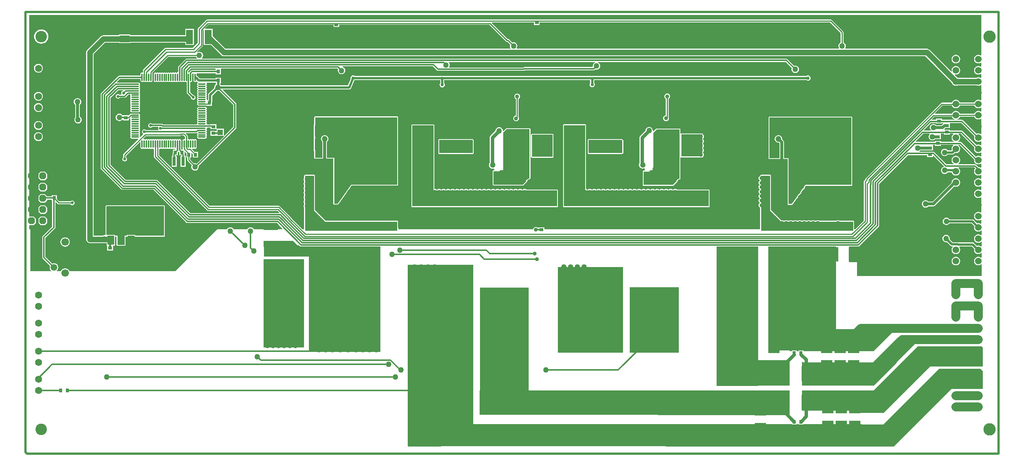
<source format=gbl>
%FSTAX23Y23*%
%MOIN*%
%SFA1B1*%

%IPPOS*%
%AMD61*
4,1,8,-0.030900,0.015500,-0.030900,-0.015500,-0.015500,-0.030900,0.015500,-0.030900,0.030900,-0.015500,0.030900,0.015500,0.015500,0.030900,-0.015500,0.030900,-0.030900,0.015500,0.0*
%
%ADD10R,0.102362X0.043307*%
%ADD17R,0.035433X0.027559*%
%ADD18R,0.031496X0.035433*%
%ADD19R,0.027559X0.035433*%
%ADD20R,0.043307X0.102362*%
%ADD34R,0.035433X0.031496*%
%ADD35R,0.129921X0.055118*%
%ADD36R,0.078740X0.137795*%
%ADD37R,0.085827X0.059842*%
%ADD47C,0.011811*%
%ADD48C,0.009843*%
%ADD49C,0.025197*%
%ADD50C,0.019685*%
%ADD51C,0.011811*%
%ADD52C,0.020079*%
%ADD53C,0.050000*%
%ADD54C,0.031496*%
%ADD56C,0.029527*%
%ADD57C,0.078740*%
%ADD59C,0.059842*%
%ADD60C,0.110236*%
G04~CAMADD=61~4~0.0~0.0~618.1~618.1~0.0~154.5~0~0.0~0.0~0.0~0.0~0~0.0~0.0~0.0~0.0~0~0.0~0.0~0.0~90.0~618.0~618.0*
%ADD61D61*%
%ADD62C,0.062992*%
%ADD63C,0.066929*%
%ADD64C,0.102362*%
%ADD65C,0.035433*%
%ADD66C,0.050000*%
%ADD67C,0.025197*%
%ADD68C,0.029921*%
%ADD69R,0.059055X0.078740*%
%ADD70R,0.149606X0.078740*%
%ADD71R,0.061024X0.129921*%
%ADD72R,0.027953X0.079134*%
%ADD73R,0.048031X0.048031*%
%ADD74O,0.011811X0.070866*%
%ADD75O,0.070866X0.011811*%
%ADD76R,0.055118X0.129921*%
%LNlv1-1*%
%LPD*%
G36*
X08122Y04145D02*
Y04058D01*
X0812Y04057*
X08113Y04052*
X08108Y04045*
X08105Y04037*
X08103Y04029*
X08105Y0402*
X08108Y04012*
X0811Y04009*
X08108Y04004*
X0524*
X05238Y04009*
X0524Y04012*
X05244Y0402*
X05245Y04029*
X05244Y04037*
X0524Y04045*
X05235Y04052*
X05228Y04057*
X0522Y04061*
X05211Y04062*
X05203Y04061*
X052Y04059*
X05172Y04087*
X05168Y0409*
X05162Y0409*
X05158*
X05016Y04233*
X05018Y04237*
X05392*
Y04214*
X05443*
Y04237*
X08029*
X08122Y04145*
G37*
G36*
X05143Y04068D02*
X05148Y04065D01*
X05153Y04064*
X05157*
X05181Y0404*
X05179Y04037*
X05178Y04029*
X05179Y0402*
X05183Y04012*
X05185Y04009*
X05183Y04004*
X02645*
X02531Y04118*
Y04182*
X02466*
X02464Y04187*
X02494Y04216*
X03608*
Y04196*
X03659*
Y04216*
X04995*
X05143Y04068*
G37*
G36*
X09376Y03945D02*
X09372Y03943D01*
X09369Y03945*
X09359Y03949*
X0935Y0395*
X0934Y03949*
X0933Y03945*
X09322Y03939*
X09316Y03931*
X09312Y03922*
X09311Y03912*
X09312Y03902*
X09316Y03892*
X09322Y03885*
X0933Y03879*
X0934Y03875*
X0935Y03874*
X09359Y03875*
X09369Y03879*
X09372Y03881*
X09376Y03879*
Y03845*
X09372Y03843*
X09369Y03845*
X09359Y03849*
X0935Y0385*
X0934Y03849*
X0933Y03845*
X09322Y03839*
X09316Y03831*
X09312Y03822*
X09311Y03812*
X09312Y03802*
X09316Y03792*
X09322Y03785*
X0933Y03779*
X0934Y03775*
X0935Y03774*
X09359Y03775*
X09369Y03779*
X09372Y03781*
X09376Y03779*
Y03745*
X09372Y03743*
X09369Y03745*
X09359Y03749*
X0935Y0375*
X0934Y03749*
X09331Y03745*
X09168*
X0916Y03749*
X09138Y0377*
X09139Y03773*
X0914Y03775*
X0915Y03774*
X09159Y03775*
X09169Y03779*
X09177Y03785*
X09183Y03792*
X09187Y03802*
X09188Y03812*
X09187Y03822*
X09183Y03831*
X09177Y03839*
X09169Y03845*
X09159Y03849*
X0915Y0385*
X0914Y03849*
X0913Y03845*
X09122Y03839*
X09116Y03831*
X09112Y03822*
X09111Y03812*
X09112Y03803*
X09111Y03801*
X09108Y038*
X08914Y03994*
X08907Y03999*
X08899Y04003*
X08891Y04004*
X08165*
X08163Y04009*
X08165Y04012*
X08168Y0402*
X0817Y04029*
X08168Y04037*
X08165Y04045*
X0816Y04052*
X08153Y04057*
X08148Y04059*
Y04151*
X08147Y04155*
X08144Y0416*
X08044Y0426*
X0804Y04262*
X08035Y04264*
X02484*
X02479Y04262*
X02475Y0426*
X02403Y04188*
X02401Y04184*
X024Y04179*
Y04056*
X02355Y04012*
X02114*
X02109Y04011*
X02105Y04008*
X01914Y03817*
X01911Y03812*
X01911Y03808*
Y03796*
X01905Y03792*
X01904Y03793*
X01899Y03792*
X01894Y03788*
X01891Y03784*
X0189Y03779*
Y03763*
X01701*
X01696Y03762*
X01691Y03759*
X0154Y03608*
X01537Y03604*
X01537Y03598*
Y02938*
X01537Y02933*
X0154Y02928*
X01719Y0275*
X01724Y02746*
X01729Y02746*
X02005*
X02295Y02455*
X023Y02452*
X02305Y02451*
X03105*
X03115Y02441*
Y0244*
X03118Y02435*
X03154Y024*
X03153Y02395*
X02899*
X02898Y02396*
X02893Y02403*
X02886Y02408*
X02878Y02412*
X0287Y02412*
X02861Y02412*
X02853Y02408*
X02846Y02403*
X02841Y02396*
X0284Y02395*
X02719*
X02718Y02396*
X02713Y02403*
X02706Y02408*
X02698Y02412*
X0269Y02412*
X02681Y02412*
X02673Y02408*
X02666Y02403*
X02661Y02396*
X0266Y02395*
X02575*
X022Y0202*
X01257*
X01255Y02025*
X01248Y02034*
X01239Y02041*
X01229Y02045*
X01218Y02046*
X01208Y02045*
X01198Y02041*
X01189Y02034*
X01183Y02025*
X0118Y0202*
X01146*
X01144Y02025*
X01148Y02027*
X01153Y02035*
X01157Y02044*
X01159Y02054*
X01157Y02064*
X01153Y02073*
X01148Y02081*
X0114Y02087*
X0113Y02091*
X0112Y02092*
X01111Y02091*
X01105Y02089*
X01044Y02151*
Y02317*
X01126Y024*
X01128Y02401*
X01131Y02406*
X01132Y02411*
Y02633*
X01137Y02635*
X01151Y02621*
X01155Y02618*
X01161Y02617*
X01266*
X01267Y02615*
X01274Y02611*
X01282Y02609*
X0129Y02611*
X01297Y02615*
X01301Y02622*
X01303Y0263*
X01301Y02638*
X01297Y02645*
X0129Y02649*
X01282Y02651*
X01274Y02649*
X01267Y02645*
X01266Y02643*
X01166*
X01146Y02664*
Y02698*
X01098*
Y02687*
X01059*
Y02689*
X01039Y02709*
X01*
X00981Y02689*
Y0265*
X01Y02631*
X01039*
X01059Y0265*
Y02659*
X01098*
Y02647*
X01104*
Y02417*
X01082Y02395*
X0102Y02333*
X01016Y02328*
X01016Y02323*
Y02145*
X01016Y0214*
X0102Y02135*
X01086Y02069*
X01084Y02064*
X01082Y02054*
X01084Y02044*
X01087Y02035*
X01094Y02027*
X01097Y02025*
X01095Y0202*
X00909*
Y02394*
X0091Y02395*
X009*
Y02426*
X00905Y02431*
X00939*
X00959Y0245*
Y02489*
X00939Y02509*
X009*
X009*
Y04305*
X09376*
Y03945*
G37*
G36*
X05938Y03881D02*
X05933Y03878D01*
X05926Y03873*
X05921Y03866*
X05918Y03858*
X05916Y0385*
X05917Y03844*
X05913Y0384*
X05307*
X05302Y03838*
X05298Y03835*
X05297Y03835*
X04638*
X04636Y0384*
X04638Y03843*
X04642Y03851*
X04643Y03859*
X04642Y03868*
X04638Y03876*
X04635Y03881*
X04637Y03885*
X05937*
X05938Y03881*
G37*
G36*
X02386Y03927D02*
X02391Y0392D01*
X02393Y03918*
X02391Y03914*
X023*
X02294Y03912*
X0229Y03909*
X02229Y03848*
X02225Y03844*
X02225Y03838*
Y03797*
X0222Y03793*
X02219*
X02214Y03792*
X02209Y03789*
X02205Y03792*
X02199Y03793*
X02194Y03792*
X02189Y03789*
X02185Y03792*
X02179Y03793*
X02174Y03792*
X0217Y03789*
X02165Y03792*
X0216Y03793*
X02155Y03792*
X0215Y03789*
X02146Y03792*
X0214Y03793*
X02135Y03792*
X0213Y03789*
X02126Y03792*
X0212Y03793*
X02115Y03792*
X02111Y03789*
X02106Y03792*
X02101Y03793*
X02096Y03792*
X02091Y03789*
X02087Y03792*
X02081Y03793*
X02076Y03792*
X02071Y03789*
X02067Y03792*
X02061Y03793*
X02056Y03792*
X02051Y03789*
X02047Y03792*
X02042Y03793*
X02037Y03792*
X02032Y03789*
X02027Y03792*
X02022Y03793*
X02017Y03792*
X02012Y03788*
X02009Y03784*
X02008Y03779*
Y0372*
X02009Y03714*
X02012Y0371*
X02017Y03707*
X02022Y03706*
X02027Y03707*
X02032Y0371*
X02037Y03707*
X02042Y03706*
X02047Y03707*
X02051Y0371*
X02056Y03707*
X02061Y03706*
X02067Y03707*
X02071Y0371*
X02076Y03707*
X02081Y03706*
X02087Y03707*
X02091Y0371*
X02096Y03707*
X02101Y03706*
X02106Y03707*
X02111Y0371*
X02115Y03707*
X0212Y03706*
X02126Y03707*
X0213Y0371*
X02135Y03707*
X0214Y03706*
X02146Y03707*
X0215Y0371*
X02155Y03707*
X0216Y03706*
X02165Y03707*
X0217Y0371*
X02174Y03707*
X02179Y03706*
X02185Y03707*
X02189Y0371*
X02194Y03707*
X02199Y03706*
X02205Y03707*
X02209Y0371*
X02214Y03707*
X02219Y03706*
X02224Y03707*
X02229Y0371*
X02233Y03707*
X02238Y03706*
X02244Y03707*
X02248Y0371*
X02253Y03707*
X02258Y03706*
X02264Y03707*
X02268Y0371*
X02273Y03707*
X02278Y03706*
X02283Y03707*
X02288Y0371*
X02292Y03707*
X02298Y03706*
X02298*
X02303Y03701*
Y03612*
X02304Y03606*
X02307Y03602*
X02339Y0357*
Y0357*
X0234Y03562*
X02345Y03555*
X02351Y0355*
X02359Y03549*
X02368Y0355*
X02374Y03555*
X02379Y03562*
X0238Y0357*
X02379Y03577*
X02374Y03584*
X02368Y03589*
X02359Y0359*
X02359Y0359*
X02331Y03618*
Y03701*
X02337Y03706*
X02337*
X02342Y03707*
X02347Y0371*
X0235Y03714*
X02351Y0372*
Y03749*
Y03781*
X02355Y03784*
X02359*
X02362Y0378*
Y03779*
Y0375*
X02362Y03749*
X02362Y03749*
Y0372*
X02363Y03714*
X02366Y0371*
X02371Y03707*
X02376Y03706*
X02382Y03707*
X02386Y0371*
X02387Y0371*
X02393Y03711*
X02397Y03707*
X024Y03705*
Y03699*
X02398Y03698*
X02395Y03694*
X02394Y03688*
X02395Y03683*
X02398Y03678*
X02395Y03674*
X02394Y03668*
X02395Y03663*
X02398Y03659*
X02395Y03654*
X02394Y03649*
X02395Y03644*
X02398Y03639*
X02395Y03635*
X02394Y03629*
X02395Y03624*
X02398Y03619*
X02395Y03615*
X02394Y03609*
X02395Y03604*
X02398Y036*
X02395Y03595*
X02394Y0359*
X02395Y03585*
X02398Y0358*
X02395Y03575*
X02394Y0357*
X02395Y03565*
X02398Y0356*
X02395Y03556*
X02394Y0355*
X02395Y03545*
X02398Y0354*
X02395Y03536*
X02394Y03531*
X02395Y03525*
X02398Y03521*
X02395Y03516*
X02394Y03511*
X02395Y03506*
X02398Y03501*
X02403Y03498*
X02408Y03497*
X02467*
X02472Y03498*
X02478*
Y03494*
X02525*
Y03518*
X02527Y0352*
X02528Y03527*
Y03583*
X02573Y03627*
X02579Y03626*
X02588Y03627*
X0259Y03629*
X02715Y03504*
Y03305*
X02637Y03226*
X02631Y03229*
Y0329*
X0257*
X02568*
X02565Y03294*
Y03331*
X02514*
Y03328*
X02485*
X02481Y03333*
Y03334*
X0248Y03339*
X02477Y03344*
X0248Y03348*
X02481Y03353*
X0248Y03359*
X02477Y03363*
X0248Y03368*
X02481Y03373*
X0248Y03379*
X02477Y03383*
X0248Y03388*
X02481Y03393*
X0248Y03398*
X02477Y03403*
X0248Y03407*
X02481Y03412*
X0248Y03418*
X02477Y03422*
X0248Y03427*
X02481Y03432*
X0248Y03438*
X02477Y03442*
X0248Y03447*
X02481Y03452*
X0248Y03457*
X02477Y03462*
X0248Y03466*
X02481Y03472*
X0248Y03477*
X02477Y03481*
X02472Y03485*
X02467Y03486*
X02408*
X02403Y03485*
X02398Y03481*
X02395Y03477*
X02394Y03472*
X02395Y03466*
X02398Y03462*
X02395Y03457*
X02394Y03452*
X02395Y03447*
X02398Y03442*
X02395Y03438*
X02394Y03432*
X02395Y03427*
X02398Y03422*
X02395Y03418*
X02394Y03412*
X02395Y03407*
X02398Y03403*
X02395Y03398*
X02394Y03393*
X02395Y03388*
X02398Y03383*
X02395Y03379*
X02394Y03373*
X02395Y03368*
X02398Y03363*
X02395Y03359*
X02394Y03353*
X02395Y03348*
X02398Y03344*
X02395Y03339*
X02394Y03334*
Y03333*
X0239Y03328*
X0209*
X02088Y03331*
X02083Y03334*
X02078Y03335*
X01993*
X01987Y03339*
X01979Y0334*
X01972Y03339*
X01965Y03334*
X0196Y03327*
X01959Y0332*
X0196Y03312*
X01965Y03305*
X01972Y033*
X01979Y03299*
X01987Y033*
X01994Y03305*
X01996Y03307*
X02046*
X02046Y03306*
X02048Y03302*
X02046Y03294*
X02048Y03287*
X0205Y03283*
X02048Y03278*
X01939*
X01938Y03278*
X01932Y03283*
X01924Y03285*
X01916Y03283*
X01909Y03278*
X01905Y03272*
X01903Y03264*
X01905Y03256*
X01909Y03249*
X01913Y03246*
X01914Y0324*
X01891Y03217*
X01886Y03218*
X01885Y03221*
X01883Y03225*
X01885Y0323*
X01887Y03235*
X01885Y03241*
X01883Y03245*
X01885Y0325*
X01887Y03255*
X01885Y03261*
X01883Y03265*
X01885Y0327*
X01887Y03275*
X01885Y0328*
X01883Y03285*
X01885Y03289*
X01887Y03294*
X01885Y033*
X01883Y03304*
X01885Y03309*
X01887Y03314*
X01885Y0332*
X01883Y03324*
X01885Y03329*
X01887Y03334*
X01885Y03339*
X01883Y03344*
X01885Y03348*
X01887Y03353*
X01885Y03359*
X01883Y03363*
X01885Y03368*
X01887Y03373*
X01885Y03379*
X01883Y03383*
X01885Y03388*
X01887Y03393*
X01885Y03398*
X01883Y03403*
X01885Y03407*
X01887Y03412*
X01885Y03418*
X01882Y03422*
X01878Y03425*
X01872Y03427*
X01813*
X01808Y03425*
X01807Y03425*
X01805*
X01801Y03424*
X01796Y03421*
X01789Y03413*
X01785Y03411*
X01734*
X01729Y03411*
X01725Y03415*
X01718Y03421*
X01711Y03424*
X01702Y03425*
X01693Y03424*
X01685Y03421*
X01679Y03415*
X01673Y03409*
X0167Y03401*
X01669Y03392*
X0167Y03383*
X01673Y03375*
X01679Y03368*
X01685Y03363*
X01693Y0336*
X01702Y03359*
X01711Y0336*
X01718Y03363*
X01725Y03368*
X01729Y03373*
X01734Y03372*
Y03363*
X01785*
Y03379*
X01786*
X01791Y0338*
X01794Y03382*
X01798Y03381*
X018Y0338*
X018Y03379*
X018Y03373*
X018Y03368*
X01803Y03363*
X018Y03359*
X018Y03353*
X018Y03348*
X01803Y03344*
X018Y03339*
X018Y03334*
X018Y03329*
X01803Y03324*
X018Y0332*
X018Y03314*
X018Y03309*
X01803Y03304*
X018Y033*
X018Y03294*
X018Y03289*
X01803Y03285*
X018Y0328*
X018Y03275*
X018Y0327*
X01803Y03265*
X018Y03261*
X018Y03255*
X018Y0325*
X01803Y03245*
X018Y03241*
X018Y03235*
X018Y0323*
X01803Y03225*
X018Y03221*
X018Y03216*
X018Y03211*
X01803Y03206*
X01808Y03203*
X01813Y03202*
X01869*
X01871Y03197*
X0174Y03066*
X01737Y03061*
X01737Y03056*
Y03035*
X01735Y03034*
X0173Y03027*
X01729Y0302*
X0173Y03012*
X01735Y03005*
X01742Y03*
X0175Y02999*
X01757Y03*
X01764Y03005*
X01769Y03012*
X0177Y0302*
X01769Y03027*
X01764Y03034*
X01762Y03035*
Y03051*
X01885Y03174*
X0189Y03172*
Y03125*
X01891Y0312*
X01894Y03115*
X01899Y03112*
X01904Y03111*
X01909Y03112*
X01914Y03115*
X01918Y03112*
X01924Y03111*
X01929Y03112*
X01933Y03115*
X01938Y03112*
X01943Y03111*
X01949Y03112*
X01953Y03115*
X01958Y03112*
X01963Y03111*
X01968Y03112*
X01973Y03115*
X01977Y03112*
X01983Y03111*
X01988Y03112*
X01992Y03115*
X01997Y03112*
X02002Y03111*
X02004*
X02009Y03107*
Y03042*
X0201Y03037*
X02013Y03033*
X02485Y0256*
X02489Y02557*
X02494Y02556*
X03111*
X03125Y02543*
X03123Y02538*
X02335*
X02044Y02829*
X0204Y02833*
X02034Y02833*
X01759*
X01624Y02968*
Y03564*
X01695Y03635*
X01733*
X01736Y0363*
X01735Y03628*
X01731Y03627*
X01724Y03623*
X0172Y03616*
X01718Y03608*
X0172Y036*
X01721Y03599*
X01718Y03594*
X01705*
X01704Y03594*
X01698Y03599*
X0169Y036*
X01681Y03599*
X01675Y03594*
X0167Y03587*
X01669Y03579*
X0167Y03572*
X01675Y03565*
X01681Y0356*
X0169Y03559*
X01698Y0356*
X01704Y03565*
X01705Y03566*
X0175*
X01755Y03566*
X01759Y0357*
X01785Y03596*
X01795*
X018Y0359*
Y0359*
X018Y03585*
X01803Y0358*
X018Y03575*
X018Y0357*
X018Y03565*
X01803Y0356*
X018Y03556*
X018Y0355*
X018Y03545*
X01803Y0354*
X018Y03536*
X018Y03531*
X018Y03525*
X01803Y03521*
X018Y03516*
X018Y03511*
X018Y03506*
X01803Y03501*
X018Y03497*
X018Y03491*
X018Y03486*
X01803Y03481*
X018Y03477*
X018Y03472*
X018Y03466*
X01803Y03462*
X018Y03457*
X018Y03452*
X018Y03447*
X01803Y03442*
X01808Y03439*
X01813Y03438*
X01872*
X01878Y03439*
X01882Y03442*
X01885Y03447*
X01887Y03452*
X01885Y03457*
X01883Y03462*
X01885Y03466*
X01887Y03472*
X01885Y03477*
X01883Y03481*
X01885Y03486*
X01887Y03491*
X01885Y03497*
X01883Y03501*
X01885Y03506*
X01887Y03511*
X01885Y03516*
X01883Y03521*
X01885Y03525*
X01887Y03531*
X01885Y03536*
X01883Y0354*
X01885Y03545*
X01887Y0355*
X01885Y03556*
X01883Y0356*
X01885Y03565*
X01887Y0357*
X01885Y03575*
X01883Y0358*
X01885Y03585*
X01887Y0359*
X01885Y03595*
X01883Y036*
X01885Y03604*
X01887Y03609*
X01885Y03615*
X01883Y03619*
X01885Y03624*
X01887Y03629*
X01885Y03635*
X01883Y03639*
X01885Y03644*
X01887Y03649*
X01885Y03654*
X01883Y03659*
X01885Y03663*
X01887Y03668*
X01885Y03674*
X01883Y03678*
X01885Y03683*
X01887Y03688*
X01885Y03694*
X01882Y03698*
X01878Y03701*
X01872Y03702*
X01681*
X01679Y03707*
X01707Y03735*
X0189*
Y0372*
X01891Y03714*
X01894Y0371*
X01899Y03707*
X01904Y03706*
X01909Y03707*
X01914Y0371*
X01918Y03707*
X01924Y03706*
X01929Y03707*
X01933Y0371*
X01938Y03707*
X01943Y03706*
X01949Y03707*
X01953Y0371*
X01958Y03707*
X01963Y03706*
X01968Y03707*
X01973Y0371*
X01977Y03707*
X01983Y03706*
X01988Y03707*
X01992Y0371*
X01996Y03714*
X01997Y0372*
Y03779*
Y0379*
X02137Y0393*
X02385*
X02386Y03927*
G37*
G36*
X02558Y03825D02*
Y03814D01*
X0235*
X02344Y03812*
X0234Y03809*
X02327Y03797*
X02326Y03796*
X02323Y03792*
X02319*
X02317Y03793*
X02313Y03796*
Y03801*
X02338Y03826*
X02554*
X02558Y03825*
G37*
G36*
X02454Y0417D02*
Y04037D01*
X02518*
X02608Y03947*
X02614Y03942*
X02623Y03938*
X02631Y03937*
X08877*
X09112Y03701*
X09116Y03692*
X09122Y03685*
X0913Y03679*
X0914Y03675*
X0915Y03674*
X09159Y03675*
X09168Y03679*
X09331*
X0934Y03675*
X0935Y03674*
X09359Y03675*
X09369Y03679*
X09372Y03681*
X09376Y03679*
Y03545*
X09372Y03543*
X09369Y03545*
X09359Y03549*
X0935Y0355*
X0934Y03549*
X0933Y03545*
X09322Y03539*
X09316Y03531*
X09314Y03525*
X09185*
X09183Y03531*
X09177Y03539*
X09169Y03545*
X09159Y03549*
X0915Y0355*
X0914Y03549*
X0913Y03545*
X09122Y03539*
X09116Y03531*
X09113Y03523*
X09024*
X09019Y03522*
X09015Y03519*
X08348Y02852*
X08345Y02848*
X08344Y02843*
Y02838*
X08332Y02826*
X08329Y02822*
X08329Y02817*
Y02472*
X08251Y02395*
X08243*
Y02462*
X08242Y02465*
X08241Y02468*
X08238Y0247*
X08235Y0247*
X08115*
X08112Y02472*
X08106Y02474*
X081Y02475*
X08093Y02474*
X08087Y02472*
X08084Y0247*
X07935*
X07933Y02472*
X07926Y02474*
X0792Y02475*
X07913Y02474*
X07907Y02472*
X07904Y0247*
X07895*
X07892Y02472*
X07886Y02474*
X07879Y02475*
X07873Y02474*
X07866Y02472*
X07864Y0247*
X07855*
X07852Y02472*
X07846Y02474*
X0784Y02475*
X07833Y02474*
X07827Y02472*
X07824Y0247*
X07815*
X07812Y02472*
X07806Y02474*
X078Y02475*
X07793Y02474*
X07787Y02472*
X07784Y0247*
X07775*
X07772Y02472*
X07766Y02474*
X07759Y02475*
X07753Y02474*
X07747Y02472*
X07744Y0247*
X07735*
X07733Y02472*
X07726Y02474*
X0772Y02475*
X07713Y02474*
X07707Y02472*
X07704Y0247*
X07695*
X07692Y02472*
X07686Y02474*
X07679Y02475*
X07673Y02474*
X07666Y02472*
X07664Y0247*
X07655*
X07652Y02472*
X07646Y02474*
X0764Y02475*
X07633Y02474*
X07627Y02472*
X07624Y0247*
X07615*
X07612Y02472*
X07606Y02474*
X076Y02475*
X07594Y02475*
X07581Y02488*
X07511Y02558*
X07503Y02565*
Y02872*
X07502Y02875*
X07501Y02878*
X07498Y02879*
X07495Y0288*
X07415*
X07412Y02879*
X07409Y02878*
X07408Y02875*
X07407Y02872*
X07407*
X07401Y02868*
X07397Y02862*
X07394Y02856*
X07394Y0285*
X07394Y02843*
X07397Y02837*
X07401Y02831*
Y02828*
X07397Y02822*
X07394Y02816*
X07394Y02809*
X07394Y02803*
X07397Y02797*
X07401Y02791*
Y02788*
X07397Y02783*
X07394Y02776*
X07394Y0277*
X07394Y02763*
X07397Y02757*
X07401Y02751*
Y02748*
X07397Y02742*
X07394Y02736*
X07394Y02729*
X07394Y02723*
X07397Y02716*
X07401Y02711*
Y02708*
X07397Y02702*
X07394Y02696*
X07394Y0269*
X07394Y02683*
X07397Y02677*
X07401Y02671*
Y02668*
X07397Y02662*
X07394Y02656*
X07394Y0265*
X07394Y02643*
X07397Y02637*
X07401Y02631*
Y02628*
X07397Y02622*
X07394Y02616*
X07394Y02609*
X07394Y02603*
X07397Y02597*
X07401Y02591*
X07407Y02587*
X07407Y02587*
Y02395*
X05485*
Y02412*
X05434*
Y02408*
X05429Y02406*
X05428Y02408*
X05422Y02412*
X05416Y02414*
X05409Y02415*
X05403Y02414*
X05397Y02412*
X05391Y02408*
X05387Y02402*
X05385Y02396*
Y02395*
X04188*
X04185Y02399*
Y024*
X04185Y02406*
X04183Y02409*
Y02462*
X04183Y02465*
X04181Y02468*
X04178Y0247*
X04175Y0247*
X03538*
X03521Y02488*
X03451Y02558*
X03443Y02565*
Y02872*
X03442Y02875*
X03441Y02878*
X03438Y02879*
X03435Y0288*
X03355*
X03352Y02879*
X0335Y02878*
X03348Y02875*
X03347Y02872*
Y02852*
X03344Y02846*
X03344Y0284*
X03344Y02833*
X03347Y02827*
Y02812*
X03344Y02806*
X03344Y028*
X03344Y02793*
X03347Y02787*
Y02772*
X03344Y02766*
X03344Y02759*
X03344Y02753*
X03347Y02747*
Y02732*
X03344Y02726*
X03344Y0272*
X03344Y02713*
X03347Y02707*
Y02692*
X03344Y02686*
X03344Y02679*
X03344Y02673*
X03347Y02667*
Y02652*
X03344Y02646*
X03344Y0264*
X03344Y02633*
X03347Y02627*
Y02612*
X03344Y02606*
X03344Y026*
X03344Y02593*
X03347Y02587*
Y02395*
X03333*
X03236Y02491*
Y02492*
X03233Y02496*
X03131Y02599*
X03127Y02601*
X03122Y02603*
X02505*
X02055Y03053*
Y03107*
X0206Y03111*
X02061*
X02067Y03112*
X02071Y03115*
X02076Y03112*
X02081Y03111*
X02087Y03112*
X02091Y03115*
X02096Y03112*
X02101Y03111*
X02106Y03112*
X02111Y03115*
X02115Y03112*
X0212Y03111*
X02126Y03112*
X0213Y03115*
X02135Y03112*
X0214Y03111*
X02146Y03112*
X0215Y03115*
X02155Y03112*
X0216Y03111*
X02165Y03112*
X0217Y03115*
X02174Y03112*
X02179Y03111*
X02185Y03112*
X02189Y03115*
X02194Y03112*
X02196Y03112*
X022Y03107*
Y03106*
X022Y03105*
X02178*
Y03077*
X02177Y03074*
X02175Y03069*
Y03047*
X02168*
Y02952*
X02211*
Y03047*
X02203*
Y03054*
X02222*
Y03081*
X02229Y03088*
X0223*
X02237Y03081*
Y03054*
X02253*
X02255Y03053*
Y03047*
X02247*
Y02952*
X02291*
Y03047*
X02283*
Y03059*
X02282Y03064*
X02281Y03066*
Y03083*
X02285Y03085*
X02298Y03071*
Y03034*
X02307*
Y0301*
X02308Y03005*
X02311Y03001*
X02346Y02965*
X02343Y02958*
X02342Y0295*
X02343Y02941*
X02346Y02933*
X02351Y02926*
X02359Y02921*
X02366Y02918*
X02375Y02916*
X02384Y02918*
X02392Y02921*
X02398Y02926*
X02404Y02933*
X02407Y02941*
X02408Y0295*
X02407Y02957*
X0274Y0329*
X02742Y03294*
X02744Y033*
Y03509*
X02742Y03515*
X0274Y0352*
X02622Y03637*
X02624Y03641*
X0375*
X03753Y03642*
X03757Y03643*
X03759Y03645*
X03762Y03647*
X03764Y0365*
X03766Y03653*
X03795Y03723*
X03798Y03724*
X04558*
Y03697*
X04555Y03692*
X04553Y03683*
X04555Y03674*
X0456Y03666*
X04567Y03661*
X04576Y03659*
X04585Y03661*
X04593Y03666*
X04598Y03674*
X046Y03683*
X04598Y03692*
X04594Y03697*
Y03724*
X05892*
Y03696*
X0589Y03693*
X05888Y03684*
X0589Y03675*
X05895Y03667*
X05903Y03662*
X05911Y03661*
X0592Y03662*
X05928Y03667*
X05933Y03675*
X05935Y03684*
X05933Y03693*
X05929Y037*
Y03724*
X07819*
X07825Y03721*
X07833Y03719*
X07842Y03721*
X0785Y03726*
X07855Y03734*
X07857Y03742*
X07855Y03751*
X0785Y03759*
X07842Y03764*
X07833Y03766*
X07825Y03764*
X07819Y03761*
X04583*
X04583Y03761*
X04575Y03762*
X04568Y03761*
X04568Y03761*
X03798*
X03792Y03764*
X03783Y03766*
X03775Y03764*
X03767Y03759*
X03762Y03751*
X0376Y03742*
X03761Y03737*
X03737Y03678*
X02607*
X02603Y03683*
X026Y03685*
Y03694*
X02605*
Y03745*
X02558*
Y03738*
X02418*
X02393Y03762*
X0239Y03764*
Y03779*
X0239Y03781*
X02394Y03785*
X02558*
Y03774*
X02605*
Y03825*
X0261Y03826*
X03643*
X03649Y03821*
X03648Y03818*
X03646Y03809*
X03648Y03801*
X03651Y03793*
X03656Y03786*
X03663Y03781*
X03671Y03777*
X03679Y03776*
X03688Y03777*
X03696Y03781*
X03703Y03786*
X03708Y03793*
X03712Y03801*
X03712Y03809*
X03712Y03818*
X03708Y03826*
X03703Y03833*
X03696Y03838*
X03689Y03841*
X0369Y03846*
X04494*
X04529Y03811*
X04533Y03808*
X04539Y03807*
X05303*
X05308Y03808*
X05312Y03811*
X05313Y03811*
X05925*
X05931Y03812*
X05935Y03816*
X05938Y03818*
X05941Y03818*
X0595Y03816*
X05958Y03818*
X05966Y03821*
X05973Y03826*
X05978Y03833*
X05981Y03841*
X05983Y0385*
X05981Y03858*
X05978Y03866*
X05973Y03873*
X05966Y03878*
X05961Y03881*
X05961*
X05962Y03885*
X07634*
X07688Y03831*
X07687Y03828*
X07687Y0382*
X07687Y03811*
X07691Y03803*
X07696Y03796*
X07703Y03791*
X07711Y03787*
X0772Y03787*
X07728Y03787*
X07736Y03791*
X07743Y03796*
X07748Y03803*
X07751Y03811*
X07753Y0382*
X07751Y03828*
X07748Y03836*
X07743Y03843*
X07736Y03848*
X07728Y03851*
X0772Y03853*
X07711Y03851*
X07709Y0385*
X0765Y03909*
X07645Y03912*
X0764Y03914*
X02438*
X02436Y03918*
X02438Y0392*
X02443Y03927*
X02446Y03935*
X02448Y03944*
X02446Y03952*
X02443Y0396*
X02438Y03967*
X02431Y03972*
X02423Y03975*
X02414Y03977*
X02406Y03975*
X02398Y03972*
X02398Y03972*
X02394Y03976*
X0244Y04021*
X02443Y04025*
X02444Y04031*
Y04166*
X02449Y04172*
X02454Y0417*
G37*
G36*
X02558Y03694D02*
X02564D01*
Y03688*
X02563Y03688*
X02556Y03683*
X02551Y03676*
X02548Y03668*
X02546Y03659*
X02547Y03653*
X02497Y03603*
X02493Y03597*
X02492Y0359*
Y03545*
X02484*
X02481Y03549*
X02481Y0355*
X0248Y03556*
X02477Y0356*
X0248Y03565*
X02481Y0357*
X0248Y03575*
X02477Y0358*
X0248Y03585*
X02481Y0359*
X0248Y03595*
X02477Y036*
X0248Y03604*
X02481Y03609*
X0248Y03615*
X02477Y03619*
X0248Y03624*
X02481Y03629*
X0248Y03635*
X02477Y03639*
X0248Y03644*
X02481Y03649*
X0248Y03654*
X02477Y03659*
X0248Y03663*
X02481Y03668*
X0248Y03674*
X02477Y03678*
X0248Y03683*
X02481Y03688*
X0248Y03694*
X02478Y03696*
X0248Y03701*
X02558*
Y03694*
G37*
G36*
X09316Y03492D02*
X09322Y03485D01*
X0933Y03479*
X0934Y03475*
X0935Y03474*
X09359Y03475*
X09369Y03479*
X09372Y03481*
X09376Y03479*
Y03445*
X09372Y03443*
X09369Y03445*
X09359Y03449*
X0935Y0345*
X0934Y03449*
X0933Y03445*
X09322Y03439*
X09316Y03431*
X09314Y03425*
X09185*
X09183Y03431*
X09177Y03439*
X09169Y03445*
X09159Y03449*
X0915Y0345*
X0914Y03449*
X0913Y03445*
X09122Y03439*
X09116Y03431*
X09113Y03423*
X08962*
X08961Y03427*
X09029Y03496*
X09115*
X09116Y03492*
X09122Y03485*
X0913Y03479*
X0914Y03475*
X0915Y03474*
X09159Y03475*
X09169Y03479*
X09177Y03485*
X09183Y03492*
X09185Y03499*
X09314*
X09316Y03492*
G37*
G36*
X09116Y03392D02*
X09122Y03385D01*
X0913Y03379*
X0914Y03375*
X09142*
X09141Y0337*
X09025*
Y03381*
X08974*
Y0337*
X08935*
X08933Y03374*
X08955Y03396*
X09115*
X09116Y03392*
G37*
G36*
X09036Y03341D02*
X09035Y03334D01*
X09034Y03334*
X09022Y03322*
X08975*
X08974Y03324*
X08966Y03329*
X08959Y03332*
X0895Y03333*
X08941Y03332*
X08933Y03329*
X08927Y03324*
X08921Y03316*
X08918Y03309*
X08917Y033*
X08918Y03291*
X08921Y03283*
X08925Y03279*
X08922Y03274*
X08866*
X08864Y03278*
X08928Y03342*
X08974*
Y03337*
X09025*
Y03342*
X09035*
X09036Y03341*
G37*
G36*
X09316Y03392D02*
X09322Y03385D01*
X0933Y03379*
X0934Y03375*
X0935Y03374*
X09359Y03375*
X09369Y03379*
X09372Y03381*
X09376Y03379*
Y03245*
X09372Y03243*
X09369Y03245*
X09359Y03249*
X0935Y0325*
X0934Y03249*
X09333Y03246*
X09213Y03365*
X09209Y03368*
X09203Y0337*
X09158*
X09157Y03375*
X09159*
X09169Y03379*
X09177Y03385*
X09183Y03392*
X09185Y03399*
X09314*
X09316Y03392*
G37*
G36*
X09125Y0324D02*
X09122Y03239D01*
X09116Y03231*
X09112Y03222*
X09111Y03212*
X09112Y03202*
X09116Y03192*
X09122Y03185*
X0913Y03179*
X09131*
X09129Y03174*
X09015*
Y03182*
X08964*
Y03174*
X08794*
X08792Y03178*
X0886Y03246*
X08912*
X08915Y0324*
X08911Y03236*
X08908Y03227*
X08907Y03219*
X08908Y03211*
X08911Y03202*
X08916Y03196*
X08924Y0319*
X08931Y03187*
X0894Y03186*
X08949Y03187*
X08957Y0319*
X08963Y03196*
X08965Y03198*
X09015*
Y03241*
X09016Y03246*
X09044*
Y03238*
X09095*
Y03246*
X09123*
X09125Y0324*
G37*
G36*
X02514Y03287D02*
X02562D01*
X02565*
X02568Y03283*
Y03275*
X02565Y03272*
X02514*
Y03228*
X02565*
X02568Y03226*
X02629*
X02631Y03221*
X02389Y02979*
X02384Y02982*
X02375Y02983*
X02367Y02982*
X02333Y03015*
Y03034*
X02342*
Y03072*
X02346Y03074*
X02357Y03062*
Y03034*
X02401*
Y03085*
X02372*
X02349Y03108*
X0235Y0311*
X02352Y03112*
X02357Y03111*
X02362Y03112*
X02366Y03115*
X02371Y03112*
X02376Y03111*
X02382Y03112*
X02386Y03115*
X02389Y0312*
X0239Y03125*
Y03184*
X02389Y0319*
X02386Y03194*
X02382Y03197*
X02376Y03198*
X02371Y03197*
X02366Y03194*
X02362Y03197*
X02357Y03198*
X02351Y03197*
X02347Y03194*
X02342Y03197*
X02337Y03198*
X02332Y03197*
X02327Y03194*
X02323Y03197*
X02317Y03198*
X02316Y03198*
X02311Y03202*
Y03223*
X0231Y03228*
X02307Y03233*
X02294Y03245*
X02296Y0325*
X02388*
X02394Y03251*
X02395Y0325*
Y0325*
X02398Y03245*
X02395Y03241*
X02394Y03235*
X02395Y0323*
X02398Y03225*
X02395Y03221*
X02394Y03216*
X02395Y03211*
X02398Y03206*
X02403Y03203*
X02408Y03202*
X02467*
X02472Y03203*
X02477Y03206*
X0248Y03211*
X02481Y03216*
X0248Y03221*
X02477Y03225*
X0248Y0323*
X02481Y03235*
X0248Y03241*
X02477Y03245*
X0248Y0325*
X02481Y03255*
X0248Y03261*
X02477Y03265*
X0248Y0327*
X02481Y03275*
X0248Y0328*
X02477Y03285*
X0248Y03289*
X02481Y03294*
Y03295*
X02485Y033*
X02514*
Y03287*
G37*
G36*
X02285Y03218D02*
Y03202D01*
X02279Y03198*
X02278Y03198*
X02273Y03197*
X02268Y03194*
X02265Y0319*
X02264Y03184*
Y03125*
X02265Y0312*
Y0311*
X02261Y03105*
X02253*
X02253Y03106*
Y03155*
Y03184*
X02251Y0319*
X02248Y03194*
X02244Y03197*
X02238Y03198*
X02233Y03197*
X02229Y03194*
X02224Y03197*
X02219Y03198*
X02214Y03197*
X02209Y03194*
X02205Y03197*
X02199Y03198*
X02194Y03197*
X02189Y03194*
X02185Y03197*
X02179Y03198*
X02174Y03197*
X0217Y03194*
X02165Y03197*
X0216Y03198*
X02155Y03197*
X0215Y03194*
X02146Y03197*
X0214Y03198*
X02135Y03197*
X0213Y03194*
X02126Y03197*
X0212Y03198*
X02115Y03197*
X02111Y03194*
X02106Y03197*
X02101Y03198*
X02096Y03197*
X02091Y03194*
X02087Y03197*
X02081Y03198*
X02076Y03197*
X02071Y03194*
X02067Y03197*
X02061Y03198*
X02056Y03197*
X02051Y03194*
X02047Y03197*
X02042Y03198*
X02037Y03197*
X02032Y03194*
X02027Y03197*
X02022Y03198*
X02017Y03197*
X02012Y03194*
X02008Y03197*
X02002Y03198*
X01997Y03197*
X01992Y03194*
X01988Y03197*
X01983Y03198*
X01977Y03197*
X01973Y03194*
X01968Y03197*
X01963Y03198*
X01958Y03197*
X01953Y03194*
X01949Y03197*
X01943Y03198*
X01938Y03197*
X01933Y03194*
X01929Y03197*
X01924Y03198*
X01918Y03197*
X01918*
X01916Y03198*
X01916Y03204*
X01937Y03225*
X02242*
X02248Y03226*
X02252Y03229*
X02255Y03232*
X0227*
X02285Y03218*
G37*
G36*
X09314Y03225D02*
X09312Y03222D01*
X09311Y03212*
X09312Y03202*
X09316Y03192*
X09322Y03185*
X0933Y03179*
X0934Y03175*
X0935Y03174*
X09359Y03175*
X09369Y03179*
X09372Y03181*
X09376Y03179*
Y03145*
X09372Y03143*
X09369Y03145*
X09359Y03149*
X0935Y0315*
X0934Y03149*
X09333Y03146*
X09209Y0327*
X09205Y03272*
X092Y03274*
X09095*
Y03282*
X09048*
X09046Y03287*
X09057Y03298*
X09095*
Y03341*
X091Y03342*
X09198*
X09314Y03225*
G37*
G36*
X09312Y03017D02*
X09311Y03012D01*
X09312Y03002*
X09316Y02992*
X09322Y02985*
X0933Y02979*
X0934Y02975*
X0935Y02974*
X09359Y02975*
X09369Y02979*
X09372Y02981*
X09376Y02979*
Y02945*
X09372Y02943*
X09369Y02945*
X09359Y02949*
X0935Y0295*
X09349*
X09329Y0297*
X09325Y02972*
X0932Y02974*
X0917*
X09168Y02979*
X09169*
X09177Y02985*
X09183Y02992*
X09187Y03002*
X09188Y03012*
X09187Y03022*
X09183Y03031*
X09177Y03039*
X09169Y03045*
X09159Y03049*
X0915Y0305*
X0914Y03049*
X0913Y03045*
X09122Y03039*
X09116Y03031*
X09112Y03022*
X09111Y03012*
X09112Y03002*
X09116Y02992*
X09122Y02985*
X0913Y02979*
X09131*
X09129Y02974*
X09065*
X08959Y03079*
X08955Y03083*
X0895Y03083*
X08823*
X08822Y03088*
X08827Y0309*
X08833Y03096*
X08835Y03098*
X08894*
Y03098*
X08945*
Y03141*
X08946Y03146*
X08964*
Y03138*
X09015*
Y03146*
X09123*
X09125Y0314*
X09122Y03139*
X09116Y03131*
X09112Y03122*
X09111Y03112*
X09112Y03103*
X09112Y03101*
X09109Y03098*
X09077*
X09073Y03103*
X09066Y03108*
X09058Y03112*
X0905Y03112*
X09041Y03112*
X09033Y03108*
X09026Y03103*
X09021Y03096*
X09018Y03088*
X09016Y03079*
X09018Y03071*
X09021Y03063*
X09026Y03056*
X09033Y03051*
X09041Y03048*
X0905Y03046*
X09058Y03048*
X09066Y03051*
X09073Y03056*
X09077Y03061*
X0912*
X09127Y03062*
X09133Y03066*
X0914Y03075*
X0915Y03074*
X09159Y03075*
X09169Y03079*
X09177Y03085*
X09183Y03092*
X09187Y03102*
X09188Y03112*
X09187Y03122*
X09183Y03131*
X09177Y03139*
X09174Y0314*
X09176Y03146*
X09184*
X09312Y03017*
G37*
G36*
X09314Y03125D02*
X09312Y03122D01*
X09311Y03112*
X09312Y03102*
X09316Y03092*
X09322Y03085*
X0933Y03079*
X0934Y03075*
X0935Y03074*
X09359Y03075*
X09369Y03079*
X09372Y03081*
X09376Y03079*
Y03045*
X09372Y03043*
X09369Y03045*
X09359Y03049*
X0935Y0305*
X0934Y03049*
X0933Y03045*
X09327Y03042*
X092Y0317*
X09195Y03172*
X0919Y03174*
X0917*
X09168Y03179*
X09169*
X09177Y03185*
X09183Y03192*
X09187Y03202*
X09188Y03212*
X09187Y03222*
X09183Y03231*
X09177Y03239*
X09174Y0324*
X09176Y03246*
X09194*
X09314Y03125*
G37*
G36*
X08894Y03038D02*
X08945D01*
Y03048*
X0895Y0305*
X09043Y02956*
X09041Y02951*
X09041*
X09033Y02948*
X09026Y02943*
X09021Y02936*
X09018Y02928*
X09016Y0292*
X09018Y02911*
X09021Y02903*
X09026Y02896*
X09033Y02891*
X09041Y02887*
X0905Y02887*
X09058Y02887*
X09066Y02891*
X09073Y02896*
X09077Y02901*
X09113*
X09116Y02892*
X09122Y02885*
X0913Y02879*
X0914Y02875*
X0915Y02874*
X09159Y02875*
X09169Y02879*
X09177Y02885*
X09183Y02892*
X09187Y02902*
X09188Y02912*
X09187Y02922*
X09183Y02931*
X09177Y02939*
X09174Y0294*
X09176Y02946*
X09314*
X09322Y02938*
X09316Y02931*
X09312Y02922*
X09311Y02912*
X09312Y02902*
X09316Y02892*
X09322Y02885*
X0933Y02879*
X0934Y02875*
X0935Y02874*
X09359Y02875*
X09369Y02879*
X09372Y02881*
X09376Y02879*
Y02845*
X09372Y02843*
X09369Y02845*
X09359Y02849*
X0935Y0285*
X0934Y02849*
X0933Y02845*
X09322Y02839*
X09316Y02831*
X09312Y02822*
X09311Y02812*
X09312Y02802*
X09316Y02792*
X09322Y02785*
X0933Y02779*
X0934Y02775*
X0935Y02774*
X09359Y02775*
X09369Y02779*
X09372Y02781*
X09376Y02779*
Y02745*
X09372Y02743*
X09369Y02745*
X09359Y02749*
X0935Y0275*
X0934Y02749*
X0933Y02745*
X09322Y02739*
X09316Y02731*
X09312Y02722*
X09311Y02712*
X09312Y02702*
X09316Y02692*
X09322Y02685*
X0933Y02679*
X0934Y02675*
X0935Y02674*
X09359Y02675*
X09369Y02679*
X09372Y02681*
X09376Y02679*
Y02545*
X09372Y02543*
X09369Y02545*
X09359Y02549*
X0935Y0255*
X0934Y02549*
X0933Y02545*
X09322Y02539*
X09316Y02531*
X09312Y02522*
X09311Y02512*
X09312Y02502*
X09316Y02492*
X09322Y02485*
X0933Y02479*
X0934Y02475*
X0935Y02474*
X09359Y02475*
X09369Y02479*
X09372Y02481*
X09376Y02479*
Y02445*
X09372Y02443*
X09369Y02445*
X09359Y02449*
X0935Y0245*
X0934Y02449*
X09337Y02448*
X09308Y02477*
X09302Y02481*
X09295Y02482*
X09093*
X09088Y02488*
X09082Y02494*
X09074Y02497*
X09065Y02498*
X09057Y02497*
X09048Y02494*
X09042Y02488*
X09036Y02482*
X09033Y02474*
X09032Y02465*
X09033Y02457*
X09036Y02448*
X09042Y02442*
X09048Y02436*
X09057Y02433*
X09065Y02432*
X09074Y02433*
X09082Y02436*
X09088Y02442*
X09092Y02446*
X09288*
X09312Y02421*
X09311Y02412*
X09312Y02402*
X09314Y02399*
X09316Y02392*
X09322Y02385*
X0933Y02379*
X0934Y02375*
X0935Y02374*
X09359Y02375*
X09369Y02379*
X09374Y02383*
X09379Y02381*
Y02343*
X09374Y0234*
X09369Y02345*
X09359Y02349*
X0935Y0235*
X0934Y02349*
X0933Y02345*
X09322Y02339*
X09316Y02331*
X09312Y02322*
X09311Y02312*
X09312Y02302*
X09316Y02292*
X09322Y02285*
X0933Y02279*
X0934Y02275*
X0935Y02274*
X09359Y02275*
X09369Y02279*
X09374Y02283*
X09379Y02281*
Y02243*
X09374Y0224*
X09369Y02245*
X09359Y02249*
X0935Y0225*
X0934Y02249*
X09337Y02248*
X09312Y02272*
X09307Y02276*
X093Y02278*
X0917*
X09169*
X09122*
X09094Y02305*
X09095Y02312*
X09094Y02321*
X09091Y02329*
X09085Y02335*
X09079Y02341*
X09071Y02344*
X09062Y02345*
X09053Y02344*
X09046Y02341*
X09038Y02335*
X09033Y02329*
X0903Y02321*
X09029Y02312*
X0903Y02303*
X09033Y02296*
X09038Y02288*
X09046Y02283*
X09053Y0228*
X09062Y02279*
X09068Y0228*
X09101Y02247*
X09107Y02243*
X09114Y02241*
X09118*
X09121Y02237*
X09116Y02231*
X09112Y02222*
X09111Y02212*
X09112Y02202*
X09116Y02192*
X09122Y02185*
X0913Y02179*
X0914Y02175*
X0915Y02174*
X09159Y02175*
X09169Y02179*
X09177Y02185*
X09183Y02192*
X09187Y02202*
X09188Y02212*
X09187Y02222*
X09183Y02231*
X09178Y02236*
X09181Y02241*
X09292*
X09312Y02221*
X09311Y02212*
X09312Y02202*
X09316Y02192*
X09322Y02185*
X0933Y02179*
X0934Y02175*
X0935Y02174*
X09359Y02175*
X09369Y02179*
X09374Y02183*
X09379Y02181*
Y02143*
X09374Y0214*
X09369Y02145*
X09359Y02149*
X0935Y0215*
X0934Y02149*
X0933Y02145*
X09322Y02139*
X09316Y02131*
X09312Y02122*
X09311Y02112*
X09312Y02102*
X09316Y02092*
X09322Y02085*
X0933Y02079*
X0934Y02075*
X0935Y02074*
X09359Y02075*
X09369Y02079*
X09374Y02083*
X09379Y02081*
Y01979*
X0827*
Y021*
X082*
Y0224*
X0827*
X08279*
X08285Y02241*
X08289Y02244*
X08445Y024*
X08463Y02418*
X08466Y02422*
X08467Y02428*
Y02797*
X08725Y03055*
X08894*
Y03038*
G37*
G36*
X07495Y02562D02*
X07505Y02552D01*
X07575Y02482*
X07595Y02462*
X08235*
Y02382*
X07415*
Y02872*
X07495*
Y02562*
G37*
G36*
X03435D02*
X03445Y02552D01*
X03515Y02482*
X03535Y02462*
X04175*
Y02382*
X03355*
Y02872*
X03435*
Y02562*
G37*
G36*
X0329Y0225D02*
X03304D01*
X0331Y02244*
X03314Y02241*
X0332Y0224*
X0339*
Y0215*
X0299*
Y0229*
X0325*
X0329Y0225*
G37*
G36*
X03345Y0134D02*
X02985D01*
Y02129*
X03345*
Y0134*
G37*
G36*
X08084Y01505D02*
X08608D01*
X0861Y015*
X0842Y01309*
X07791*
Y01313*
Y01315*
X07748*
Y01313*
Y01309*
X07732*
Y01313*
Y01315*
X07688*
Y01313*
Y01309*
X0767*
Y01313*
X07479*
Y0224*
X08084*
Y01505*
G37*
G36*
X04025Y013D02*
X0339D01*
Y0224*
X04025*
Y013*
G37*
G36*
X06681Y01293D02*
X06246D01*
Y01876*
X06681*
Y01293*
G37*
G36*
X06186Y01294D02*
X05608Y01293D01*
X05605Y01296*
Y02059*
X06186*
Y01294*
G37*
G36*
X0885Y01436D02*
X08623Y01209D01*
X08625Y01205*
X0842Y01*
X07779*
Y01213*
X07784Y01215*
X0779Y01209*
X08422*
X08421Y01211*
X08659Y0145*
X0885*
Y01436*
G37*
G36*
X0739Y01229D02*
X0767D01*
Y01*
X0739*
Y00998*
X07019*
Y0224*
X0739*
Y01229*
G37*
G36*
X0939Y0134D02*
Y01309D01*
Y0117*
X0892*
X08509Y00759*
X08301*
X083Y0076*
Y00779*
X07779*
Y00959*
X0842*
X08809Y0135*
X09379*
X0939Y0134*
G37*
G36*
X05346Y00959D02*
X0767D01*
Y0074*
X07666Y00737*
X05346Y0074*
Y0074*
X04911*
Y00741*
X04909*
Y00959*
X04911*
Y01875*
X05346*
Y00959*
G37*
G36*
X0939Y01129D02*
Y01109D01*
Y0097*
X09109*
X086Y00459*
X08312*
X08309Y00462*
Y00654*
X08504*
X08509Y00659*
X09Y0115*
X0937*
X0939Y01129*
G37*
G36*
X04851Y00659D02*
X07688D01*
Y00654*
X07732*
Y00659*
X07748*
Y00654*
X07791*
Y00659*
X08306*
X08309Y00656*
Y00462*
X08306Y00459*
X04851Y00461*
Y0046*
X04273Y00459*
X04272Y00461*
X0427*
Y00463*
Y02079*
X04851*
Y00659*
G37*
%LNlv1-2*%
%LPC*%
G36*
X02365Y04182D02*
X02288D01*
Y04123*
X018*
Y0413*
X01699*
Y04123*
X01559*
X01551Y04122*
X01543Y04118*
X01536Y04113*
X01416Y03993*
X01411Y03986*
X01407Y03978*
X01406Y0397*
Y024*
Y02305*
X01407Y02296*
X01411Y02288*
X01416Y02281*
X01423Y02276*
X01431Y02272*
X0144Y02271*
X01588*
Y02248*
X01594*
Y02203*
X01645*
Y02248*
X01663*
Y02329*
X01677*
Y02254*
X01678Y02251*
X01679Y02249*
Y02248*
X0168*
X01682Y02247*
X01685Y02246*
X01745*
X01748Y02247*
X0175Y02248*
X01754*
Y02252*
X01755Y02253*
X01757Y02255*
X01757Y02259*
Y02329*
X0177*
X01773Y02329*
X01775Y02331*
X01777Y02334*
X01777Y02335*
X01837*
X01837Y02334*
X01839Y02331*
X01842Y02329*
X01844Y02329*
X021*
X02103Y02329*
X02105Y02331*
X02107Y02334*
X02107Y02337*
Y024*
Y026*
X02107Y02603*
X02105Y02605*
X02103Y02607*
X021Y02607*
X0159*
X01587Y02607*
X01584Y02605*
X01581Y02602*
X01579Y026*
X01579Y02597*
Y024*
Y02347*
Y02346*
X01577Y02343*
X01575Y02342*
X01575*
X0157Y02343*
X01561Y02342*
X01553Y02338*
X01552Y02338*
X01473*
Y02395*
Y03956*
X01573Y04056*
X01699*
Y04054*
X018*
Y04056*
X02288*
Y04037*
X02365*
Y04182*
G37*
G36*
X01006Y04175D02*
X00994Y04174D01*
X00982Y0417*
X00971Y04164*
X00961Y04156*
X00953Y04147*
X00948Y04136*
X00944Y04124*
X00943Y04111*
X00944Y04099*
X00948Y04087*
X00953Y04076*
X00961Y04067*
X00971Y04059*
X00982Y04053*
X00994Y0405*
X01006Y04048*
X01018Y0405*
X01031Y04053*
X01041Y04059*
X01051Y04067*
X01059Y04076*
X01065Y04087*
X01068Y04099*
X0107Y04111*
X01068Y04124*
X01065Y04136*
X01059Y04147*
X01051Y04156*
X01041Y04164*
X01031Y0417*
X01018Y04174*
X01006Y04175*
G37*
G36*
X0915Y0395D02*
X0914Y03949D01*
X0913Y03945*
X09122Y03939*
X09116Y03931*
X09112Y03922*
X09111Y03912*
X09112Y03902*
X09116Y03892*
X09122Y03885*
X0913Y03879*
X0914Y03875*
X0915Y03874*
X09159Y03875*
X09169Y03879*
X09177Y03885*
X09183Y03892*
X09187Y03902*
X09188Y03912*
X09187Y03922*
X09183Y03931*
X09177Y03939*
X09169Y03945*
X09159Y03949*
X0915Y0395*
G37*
G36*
X00981Y03869D02*
X0097Y03868D01*
X00961Y03864*
X00953Y03858*
X00946Y0385*
X00942Y0384*
X00941Y03829*
X00942Y03819*
X00946Y0381*
X00953Y03801*
X00961Y03795*
X0097Y03791*
X00981Y0379*
X00991Y03791*
X01001Y03795*
X01009Y03801*
X01015Y0381*
X01019Y03819*
X0102Y03829*
X01019Y0384*
X01015Y0385*
X01009Y03858*
X01001Y03864*
X00991Y03868*
X00981Y03869*
G37*
G36*
Y03619D02*
X0097Y03618D01*
X00961Y03614*
X00953Y03608*
X00946Y036*
X00942Y0359*
X00941Y03579*
X00942Y03569*
X00946Y0356*
X00953Y03551*
X00961Y03545*
X0097Y03541*
X00981Y0354*
X00991Y03541*
X01001Y03545*
X01009Y03551*
X01015Y0356*
X01019Y03569*
X0102Y03579*
X01019Y0359*
X01015Y036*
X01009Y03608*
X01001Y03614*
X00991Y03618*
X00981Y03619*
G37*
G36*
Y03519D02*
X0097Y03518D01*
X00961Y03514*
X00953Y03508*
X00946Y035*
X00942Y0349*
X00941Y03479*
X00942Y03469*
X00946Y0346*
X00953Y03451*
X00961Y03445*
X0097Y03441*
X00981Y0344*
X00991Y03441*
X01001Y03445*
X01009Y03451*
X01015Y0346*
X01019Y03469*
X0102Y03479*
X01019Y0349*
X01015Y035*
X01009Y03508*
X01001Y03514*
X00991Y03518*
X00981Y03519*
G37*
G36*
X01329Y03563D02*
X0132Y03562D01*
X01312Y03559*
X01305Y03553*
X013Y03547*
X01297Y03538*
X01296Y0353*
X01297Y03522*
X013Y03513*
X01305Y03507*
X01308Y03505*
Y0339*
X01305Y03387*
X01302Y03379*
X01301Y0337*
X01302Y03361*
X01305Y03353*
X01311Y03346*
X01318Y03341*
X01325Y03338*
X01334Y03337*
X01342Y03338*
X01351Y03341*
X01357Y03346*
X01363Y03353*
X01366Y03361*
X01367Y0337*
X01366Y03379*
X01363Y03387*
X01357Y03394*
X01351Y03399*
X0135Y03399*
Y03505*
X01353Y03507*
X01358Y03513*
X01361Y03522*
X01362Y0353*
X01361Y03538*
X01358Y03547*
X01353Y03553*
X01346Y03559*
X01338Y03562*
X01329Y03563*
G37*
G36*
X00981Y03359D02*
X0097Y03358D01*
X00961Y03354*
X00953Y03348*
X00946Y03339*
X00942Y0333*
X00941Y0332*
X00942Y03309*
X00946Y033*
X00953Y03291*
X00961Y03285*
X0097Y03281*
X00981Y0328*
X00991Y03281*
X01001Y03285*
X01009Y03291*
X01015Y033*
X01019Y03309*
X0102Y0332*
X01019Y0333*
X01015Y03339*
X01009Y03348*
X01001Y03354*
X00991Y03358*
X00981Y03359*
G37*
G36*
Y03259D02*
X0097Y03258D01*
X00961Y03254*
X00953Y03248*
X00946Y03239*
X00942Y0323*
X00941Y0322*
X00942Y03209*
X00946Y032*
X00953Y03191*
X00961Y03185*
X0097Y03181*
X00981Y0318*
X00991Y03181*
X01001Y03185*
X01009Y03191*
X01015Y032*
X01019Y03209*
X0102Y0322*
X01019Y0323*
X01015Y03239*
X01009Y03248*
X01001Y03254*
X00991Y03258*
X00981Y03259*
G37*
G36*
X01039Y02909D02*
X01D01*
X00981Y02889*
Y0285*
X01Y02831*
X01039*
X01059Y0285*
Y02889*
X01039Y02909*
G37*
G36*
Y02809D02*
X01D01*
X00981Y02789*
Y0275*
X01Y02731*
X01039*
X01059Y0275*
Y02789*
X01039Y02809*
G37*
G36*
Y02609D02*
X01D01*
X00981Y02589*
Y0255*
X01Y02531*
X01039*
X01059Y0255*
Y02589*
X01039Y02609*
G37*
G36*
Y02509D02*
X01D01*
X00981Y02489*
Y0245*
X01Y02431*
X01039*
X01059Y0245*
Y02489*
X01039Y02509*
G37*
G36*
X01218Y02322D02*
X01208Y02321D01*
X01198Y02317*
X01189Y0231*
X01183Y02301*
X01178Y02292*
X01177Y02281*
X01178Y0227*
X01183Y0226*
X01189Y02251*
X01198Y02244*
X01208Y0224*
X01218Y02239*
X01229Y0224*
X01239Y02244*
X01248Y02251*
X01255Y0226*
X01259Y0227*
X0126Y02281*
X01259Y02292*
X01255Y02301*
X01248Y0231*
X01239Y02317*
X01229Y02321*
X01218Y02322*
G37*
G36*
X06579Y03604D02*
X06573Y03603D01*
X06566Y03601*
X06561Y03597*
X06557Y03591*
X06555Y03585*
X06553Y03578*
X06555Y03572*
X06557Y03566*
X06561Y0356*
X06566Y03556*
Y03409*
X06563Y03409*
X06557Y03406*
X06551Y03402*
X06547Y03396*
X06544Y0339*
X06544Y03383*
X06544Y03377*
X06547Y0337*
X06551Y03365*
X06557Y03361*
X06563Y03359*
X06569Y03358*
X06576Y03359*
X06582Y03361*
X06588Y03365*
X06592Y0337*
X06594Y03377*
X06595Y03383*
X06594Y0339*
X06594Y03392*
X06592Y03394*
Y03556*
X06598Y0356*
X06602Y03566*
X06604Y03572*
X06605Y03578*
X06604Y03585*
X06602Y03591*
X06598Y03597*
X06592Y03601*
X06586Y03603*
X06579Y03604*
G37*
G36*
X05244Y03603D02*
X05237Y03602D01*
X05231Y036*
X05226Y03596*
X05222Y0359*
X05219Y03584*
X05218Y03577*
X05219Y03571*
X05222Y03564*
X05226Y03559*
X05231Y03555*
Y03408*
X05227Y03407*
X05221Y03405*
X05216Y03401*
X05212Y03395*
X05209Y03389*
X05208Y03382*
X05209Y03375*
X05212Y0337*
X05216Y03364*
X05221Y0336*
X05227Y03357*
X05234Y03357*
X05241Y03357*
X05247Y0336*
X05252Y03364*
X05257Y0337*
X05259Y03375*
X0526Y03382*
X05259Y03389*
X05257Y03393*
Y03555*
X05262Y03559*
X05266Y03564*
X05269Y03571*
X0527Y03577*
X05269Y03584*
X05266Y0359*
X05262Y03596*
X05257Y036*
X05251Y03602*
X05244Y03603*
G37*
G36*
X0554Y03245D02*
X05534Y03244D01*
X05505*
X055Y03245*
X05494Y03244*
X05375*
X05372Y03244*
X0537Y03242*
X05368Y0324*
X05367Y03237*
Y0304*
X05368Y03037*
X0537Y03035*
X05372Y03033*
X05375Y03032*
X05559*
X05562Y03033*
X05565Y03035*
X05567Y03037*
X05567Y0304*
Y03237*
X05567Y0324*
X05565Y03242*
X05562Y03244*
X05559Y03244*
X05545*
X0554Y03245*
G37*
G36*
X06176Y03198D02*
X05879D01*
X05876Y03197*
X05874Y03195*
X05872Y03192*
X05872Y0319*
Y03073*
X05872Y0307*
X05874Y03068*
X05876Y03066*
X05879Y03065*
X05901*
X05903Y03064*
X05909Y03064*
X05916Y03064*
X05918Y03065*
X06177*
X0618Y03066*
X06183Y03066*
X06183Y03067*
X06185Y03068*
X06187Y03071*
X06188Y03074*
Y03186*
X06187Y03189*
X06185Y03192*
X06182Y03195*
X06179Y03197*
X06176Y03198*
G37*
G36*
X04846D02*
X0455D01*
X04546Y03197*
X04544Y03195*
X04542Y03192*
X04542Y0319*
Y03073*
X04542Y0307*
X04544Y03068*
X04546Y03066*
X0455Y03065*
X04562*
X04563Y03064*
X0457Y03064*
X04576Y03064*
X04577Y03065*
X04847*
X0485Y03066*
X04853Y03066*
X04853Y03067*
X04855Y03068*
X04857Y03071*
X04857Y03074*
Y03186*
X04857Y03189*
X04855Y03192*
X04851Y03195*
X04849Y03197*
X04846Y03198*
G37*
G36*
X06418Y03306D02*
X0641Y03305D01*
X06402Y03301*
X06395Y03296*
X0639Y03289*
X06387Y03281*
X06385Y03274*
X0634Y03228*
X06335Y0322*
X06333Y03211*
Y02987*
X06332Y02985*
X06328Y02977*
X06327Y02968*
X06328Y0296*
X06332Y02952*
X06337Y02945*
X06344Y0294*
X06352Y02937*
X06361Y02935*
X06369Y02937*
X06375Y02939*
X06379Y02936*
Y02922*
X06375Y02918*
X0637*
X06366Y02917*
X06364Y02915*
X06362Y02912*
X06361Y02909*
Y0279*
X06362Y02787*
X06364Y02784*
X06366Y02782*
X0637Y02781*
X06629*
X06633Y02782*
X06635Y02784*
X06669Y02818*
X0667Y02819*
X0667Y0282*
X06671Y0282*
Y0282*
X06671Y02822*
X06672Y02822*
Y02824*
X06674Y02828*
X06676Y02832*
X0668Y02835*
X06684Y02837*
X06686Y02837*
X06687Y02837*
X06688*
X06688Y02838*
X06689*
X0669Y02838*
X0669Y02839*
X06695Y02844*
X06697Y02846*
X06697Y02849*
Y03035*
X067Y03037*
X06702Y03037*
X06704Y03036*
X06707Y03035*
X06871*
X06873Y03035*
X06879Y03034*
X06886Y03035*
X06888Y03035*
X06892*
X06895Y03036*
X06897Y03038*
X06899Y0304*
X069Y03043*
Y03044*
X06902Y03047*
X06905Y03053*
X06905Y03059*
X06905Y03066*
X06902Y03072*
X069Y03075*
Y03084*
X06902Y03087*
X06905Y03093*
X06905Y031*
X06905Y03106*
X06902Y03112*
X069Y03115*
Y03124*
X06902Y03127*
X06905Y03133*
X06905Y0314*
X06905Y03146*
X06902Y03152*
X069Y03155*
Y03164*
X06902Y03166*
X06905Y03173*
X06905Y03179*
X06905Y03186*
X06902Y03192*
X069Y03194*
X069Y03196*
Y03203*
X06902Y03207*
X06905Y03213*
X06905Y0322*
X06905Y03226*
X06902Y03233*
X069Y03235*
Y0324*
X06899Y03242*
X06897Y03245*
X06895Y03247*
X06892Y03248*
X06707*
X06704Y03247*
X06702Y03246*
X067Y03246*
X06697Y03247*
Y03285*
X06697Y03288*
X06695Y0329*
X06692Y03292*
X06689Y03292*
X06485*
X06482Y03292*
X0648Y0329*
X06456Y03266*
X06451Y03268*
X06451Y03273*
X0645Y03281*
X06447Y03289*
X06442Y03296*
X06435Y03301*
X06427Y03305*
X06418Y03306*
G37*
G36*
X05083Y03305D02*
X05075Y03303D01*
X05066Y033*
X0506Y03295*
X05054Y03288*
X05051Y0328*
X0505Y03273*
X05005Y03227*
X05Y03219*
X04998Y0321*
Y02985*
X04996Y02984*
X04993Y02976*
X04992Y02968*
X04993Y02959*
X04996Y02951*
X05002Y02944*
X05009Y02939*
X05016Y02935*
X05025Y02934*
X05034Y02935*
X05035Y02936*
X0504Y02933*
Y02922*
X05036Y0292*
X05034*
X05031Y02919*
X05029Y02917*
X05027Y02914*
X05026Y02912*
Y02792*
X05027Y02788*
X05029Y02786*
X05031Y02784*
X05034Y02783*
X05294*
X05297Y02784*
X053Y02786*
X05329Y02815*
X05329Y02816*
X0533Y02816*
Y02817*
X05331Y02817*
Y02818*
X05331Y02819*
X05332Y02824*
X05333Y02828*
X05336Y02832*
X0534Y02835*
X05344Y02837*
X05349Y02837*
X0535Y02838*
X05351*
X05351Y02838*
X05352*
X05353Y02839*
X05353Y0284*
X0536Y02846*
X05361Y02848*
X05362Y02851*
Y03287*
X05361Y0329*
X0536Y03292*
X05357Y03294*
X05354Y03294*
X0515*
X05147Y03294*
X05144Y03292*
X05121Y03269*
X05116Y03271*
X05116Y03272*
X05115Y0328*
X05112Y03288*
X05107Y03295*
X051Y033*
X05092Y03303*
X05083Y03305*
G37*
G36*
X04175Y034D02*
X03445D01*
X03442Y034*
X03439Y03398*
X03438Y03395*
X03437Y03392*
Y03329*
X03433*
Y03211*
Y03209*
Y0309*
X03437*
Y03032*
X03438Y03029*
X03439Y03026*
X03442Y03025*
X03445Y03024*
X03509*
X03512Y03025*
X03514Y03026*
X03516Y03029*
X03517Y03032*
Y03174*
Y03175*
Y03175*
X03516Y03176*
X03516Y03177*
Y03177*
X03516Y03178*
X03515Y03179*
X03514Y0318*
X03514*
X03514Y0318*
X03512Y03182*
X03508Y03187*
X03505Y03193*
X03505Y032*
X03505Y03206*
X03508Y03212*
X03512Y03217*
X03517Y03221*
X03523Y03224*
X03529Y03225*
X03536Y03224*
X03542Y03221*
X03547Y03217*
X03551Y03212*
X03554Y03206*
X03555Y032*
X03554Y03193*
X03551Y03187*
X03547Y03182*
X03546Y0318*
X03545Y0318*
X03545*
X03544Y03179*
X03543Y03178*
Y03177*
X03543Y03177*
Y03176*
X03542Y03175*
Y03175*
Y03174*
Y03032*
X03543Y03029*
X03545Y03026*
X03547Y03025*
X0355Y03024*
X03607*
Y02622*
X03608Y02619*
X03609Y02616*
X03612Y02614*
X03615Y02614*
X03645*
X03646*
X03646*
X03647Y02614*
X03648*
X03649Y02615*
X03649Y02615*
X0365Y02616*
X03651Y02616*
X03651Y02617*
X03651Y02617*
X03719Y02712*
X03722Y02716*
X03722Y02718*
X03744Y02748*
X03748Y02751*
X03752Y02757*
X03755Y02763*
Y02763*
X03769Y02784*
X03815*
X04175*
X04178Y02785*
X04181Y02787*
X04183Y02789*
X04183Y02792*
Y03392*
X04183Y03395*
X04181Y03398*
X04178Y034*
X04175Y034*
G37*
G36*
X0822Y03398D02*
X0749D01*
X07487Y03397*
X07484Y03395*
X07482Y03392*
X07481Y0339*
Y03029*
X07482Y03026*
X07484Y03024*
X07487Y03022*
X0749Y03022*
X07579*
X07582Y03022*
X07585Y03024*
X07586Y03026*
X07587Y03029*
Y03161*
X07586Y03164*
X07585Y03166*
X07579Y03172*
X07578Y03173*
X07578Y03173*
X07577Y03174*
X07576Y03174*
X07575*
X07575Y03175*
X07574*
X07573*
X07572*
X07572*
X0757Y03174*
X07563Y03175*
X07557Y03178*
X07552Y03182*
X07548Y03187*
X07545Y03193*
X07544Y032*
X07545Y03206*
X07548Y03212*
X07552Y03217*
X07557Y03221*
X07563Y03224*
X0757Y03225*
X07576Y03224*
X07582Y03221*
X07587Y03217*
X07591Y03212*
X07594Y03206*
X07594Y032*
Y03197*
Y03197*
Y03196*
Y03195*
Y03194*
X07595Y03194*
Y03193*
X07596Y03192*
X07596Y03191*
X07596Y03191*
Y0319*
X07608Y03179*
X07611Y03174*
X07612Y03169*
Y03029*
X07613Y03026*
X07614Y03024*
X07617Y03022*
X0762Y03022*
X07651*
Y0262*
X07652Y02616*
X07654Y02614*
X07657Y02612*
X07659Y02611*
X0769*
X0769Y02612*
X07691*
X07692Y02612*
X07692*
X07693Y02612*
X07694Y02613*
X07694Y02613*
X07695Y02614*
X07696Y02614*
X07696Y02615*
X07734Y02668*
X07738Y02671*
X07742Y02677*
X07744Y02683*
Y02683*
X07761Y02707*
X07762Y02707*
X07768Y02711*
X07772Y02716*
X07774Y02723*
X07775Y02727*
X07788Y02746*
X07792Y02747*
X07798Y02751*
X07802Y02757*
X07805Y02763*
X07805Y0277*
X07814Y02781*
X07859*
X0822*
X08223Y02782*
X08225Y02784*
X08227Y02787*
X08227Y0279*
Y0339*
X08227Y03392*
X08225Y03395*
X08223Y03397*
X0822Y03398*
G37*
G36*
X04499Y03327D02*
X04309D01*
X04307Y03327*
X04304Y03325*
X04302Y03323*
X04301Y0332*
Y0274*
Y026*
X04302Y02596*
X04304Y02594*
X04307Y02592*
X04309Y02592*
X056*
X05603Y02592*
X05605Y02594*
X05607Y02596*
X05607Y026*
Y0274*
X05607Y02742*
X05605Y02745*
X05603Y02747*
X056Y02748*
X05328*
Y02748*
X05322Y02752*
X05316Y02755*
X05309Y02755*
X05303Y02755*
X05297Y02752*
X05291Y02748*
X05288*
X05283Y02752*
X05276Y02755*
X0527Y02755*
X05263Y02755*
X05257Y02752*
X05252Y02749*
X05248Y02748*
X05242Y02752*
X05236Y02755*
X05229Y02755*
X05223Y02755*
X05216Y02752*
X05212Y02749*
X05209Y02748*
X05207Y02749*
X05202Y02752*
X05196Y02755*
X0519Y02755*
X05183Y02755*
X05177Y02752*
X05171Y02748*
X05168*
X05162Y02752*
X05156Y02755*
X0515Y02755*
X05143Y02755*
X05137Y02752*
X05133Y02749*
X05128Y02748*
X05122Y02752*
X05116Y02755*
X05109Y02755*
X05103Y02755*
X05097Y02752*
X05091Y02748*
X05087Y02749*
X05083Y02752*
X05076Y02755*
X0507Y02755*
X05063Y02755*
X05057Y02752*
X05052Y02749*
X0505Y02748*
X05047Y02749*
X05042Y02752*
X05036Y02755*
X05029Y02755*
X05023Y02755*
X05016Y02752*
X05012Y02749*
X05008Y02748*
X05002Y02752*
X04996Y02755*
X0499Y02755*
X04983Y02755*
X04977Y02752*
X04971Y02748*
X04966Y02749*
X04962Y02752*
X04956Y02755*
X0495Y02755*
X04943Y02755*
X04937Y02752*
X04933Y02749*
X04929Y02748*
X04927Y02749*
X04922Y02752*
X04916Y02755*
X04909Y02755*
X04903Y02755*
X04897Y02752*
X04891Y02748*
X04887Y02749*
X04883Y02752*
X04876Y02755*
X0487Y02755*
X04863Y02755*
X04857Y02752*
X04852Y02749*
X0485Y02748*
X04847Y02749*
X04842Y02752*
X04836Y02755*
X04829Y02755*
X04823Y02755*
X04816Y02752*
X04812Y02749*
X04809Y02748*
X04807Y02749*
X04802Y02752*
X04796Y02755*
X0479Y02755*
X04783Y02755*
X04777Y02752*
X04771Y02748*
X04766Y02749*
X04762Y02752*
X04756Y02755*
X0475Y02755*
X04743Y02755*
X04737Y02752*
X04733Y02749*
X04729Y02748*
X04727Y02749*
X04722Y02752*
X04716Y02755*
X04709Y02755*
X04703Y02755*
X04697Y02752*
X04692Y02749*
X0469Y02748*
X04687Y02749*
X04683Y02752*
X04676Y02755*
X0467Y02755*
X04663Y02755*
X04657Y02752*
X04651Y02748*
X04647Y02749*
X04642Y02752*
X04636Y02755*
X04629Y02755*
X04623Y02755*
X04616Y02752*
X04612Y02749*
X04609Y02748*
X04607Y02749*
X04602Y02752*
X04596Y02755*
X0459Y02755*
X04583Y02755*
X04577Y02752*
X04571Y02748*
X04566Y02749*
X04562Y02752*
X04556Y02755*
X0455Y02755*
X04543Y02755*
X04537Y02752*
X04533Y02749*
X04529Y02748*
X04527Y02749*
X04522Y02752*
X04516Y02755*
X04509Y02755*
X04507Y02757*
Y03319*
X04507Y03322*
X04505Y03325*
Y03325*
X04502Y03327*
X04499Y03327*
G37*
G36*
X05849Y0333D02*
X05659D01*
X05657Y03329*
X05654Y03327*
X05652Y03325*
X05651Y03322*
Y0274*
Y026*
X05652Y02596*
X05654Y02594*
X05657Y02592*
X05659Y02592*
X0695*
X06953Y02592*
X06955Y02594*
X06957Y02596*
X06957Y026*
Y0274*
X06957Y02742*
X06955Y02745*
X06953Y02747*
X0695Y02748*
X06941*
X06668*
X06668Y02748*
X06662Y02752*
X06656Y02755*
X0665Y02755*
X06643Y02755*
X06637Y02752*
X06631Y02748*
X06628*
X06622Y02752*
X06616Y02755*
X06609Y02755*
X06603Y02755*
X06597Y02752*
X06592Y02749*
X06591Y02748*
X0659*
X06588*
X06583Y02752*
X06576Y02755*
X0657Y02755*
X06563Y02755*
X06557Y02752*
X06552Y02749*
X06551Y02748*
X06547Y02749*
X06546Y0275*
X06542Y02752*
X06536Y02755*
X06529Y02755*
X06523Y02755*
X06516Y02752*
X06512Y02749*
X06511Y02748*
X06507Y02749*
X06502Y02752*
X06496Y02755*
X0649Y02755*
X06483Y02755*
X06477Y02752*
X06471Y02748*
X06468*
X06466Y02749*
X06462Y02752*
X06456Y02755*
X0645Y02755*
X06443Y02755*
X06437Y02752*
X06433Y02749*
X06431Y02748*
X06429*
X06427Y02749*
X06422Y02752*
X06416Y02755*
X06409Y02755*
X06403Y02755*
X06397Y02752*
X06392Y02749*
X0639Y02748*
X06387Y02749*
X06383Y02752*
X06376Y02755*
X0637Y02755*
X06363Y02755*
X06357Y02752*
X06352Y02749*
X0635Y02748*
X06347Y02749*
X06342Y02752*
X06336Y02755*
X06329Y02755*
X06323Y02755*
X06316Y02752*
X06311Y02748*
X06308*
X06307Y02749*
X06302Y02752*
X06296Y02755*
X0629Y02755*
X06283Y02755*
X06277Y02752*
X06271Y02748*
X06268*
X06266Y02749*
X06262Y02752*
X06256Y02755*
X0625Y02755*
X06243Y02755*
X06237Y02752*
X06233Y02749*
X06231Y02748*
X06229*
X06228*
X06227Y02749*
X06222Y02752*
X06216Y02755*
X06209Y02755*
X06203Y02755*
X06197Y02752*
X06191Y02748*
X06188*
X06187Y02749*
X06183Y02752*
X06176Y02755*
X0617Y02755*
X06163Y02755*
X06157Y02752*
X06152Y02749*
X06151Y02748*
X06148*
X06147Y02749*
X06142Y02752*
X06136Y02755*
X06129Y02755*
X06123Y02755*
X06116Y02752*
X06111Y02748*
X06108*
X06102Y02752*
X06096Y02755*
X0609Y02755*
X06083Y02755*
X06077Y02752*
X06071Y02748*
X06068*
X06062Y02752*
X06056Y02755*
X0605Y02755*
X06043Y02755*
X06037Y02752*
X06033Y02749*
X06031Y02748*
X06028*
X06022Y02752*
X06016Y02755*
X06009Y02755*
X06003Y02755*
X05997Y02752*
X05992Y02749*
X05991Y02748*
X05988*
X05987Y02749*
X05983Y02752*
X05976Y02755*
X0597Y02755*
X05963Y02755*
X05957Y02752*
X05951Y02748*
X05948*
X05942Y02752*
X05936Y02755*
X05929Y02755*
X05923Y02755*
X05916Y02752*
X05911Y02748*
X05908*
X05902Y02752*
X05896Y02755*
X0589Y02755*
X05883Y02755*
X05877Y02752*
X05871Y02748*
X05868*
X05866Y02749*
X05862Y02752*
X05857Y02754*
Y03322*
X05857Y03325*
X05855Y03327*
X05852Y03329*
X05849Y0333*
G37*
G36*
X0915Y0285D02*
X0914Y02849D01*
X0913Y02845*
X09122Y02839*
X09116Y02831*
X09112Y02822*
X09111Y02812*
Y02811*
X08941Y0264*
X08905*
X08903Y02643*
X08896Y02648*
X08888Y02651*
X08879Y02653*
X08871Y02651*
X08863Y02648*
X08856Y02643*
X08851Y02636*
X08848Y02628*
X08846Y0262*
X08848Y02611*
X08851Y02603*
X08856Y02596*
X08863Y02591*
X08871Y02587*
X08879Y02587*
X08888Y02587*
X08896Y02591*
X08903Y02596*
X08905Y02599*
X0895*
X08957Y026*
X08964Y02605*
X09136Y02776*
X0914Y02775*
X0915Y02774*
X09159Y02775*
X09169Y02779*
X09177Y02785*
X09183Y02792*
X09187Y02802*
X09188Y02812*
X09187Y02822*
X09183Y02831*
X09177Y02839*
X09169Y02845*
X09159Y02849*
X0915Y0285*
G37*
G36*
Y0215D02*
X0914Y02149D01*
X0913Y02145*
X09122Y02139*
X09116Y02131*
X09112Y02122*
X09111Y02112*
X09112Y02102*
X09116Y02092*
X09122Y02085*
X0913Y02079*
X0914Y02075*
X0915Y02074*
X09159Y02075*
X09169Y02079*
X09177Y02085*
X09183Y02092*
X09187Y02102*
X09188Y02112*
X09187Y02122*
X09183Y02131*
X09177Y02139*
X09169Y02145*
X09159Y02149*
X0915Y0215*
G37*
%LNlv1-3*%
%LPD*%
G36*
X021Y02337D02*
X01844D01*
Y02343*
X0177*
Y02337*
X0175*
Y02259*
X01745Y02254*
X01685*
Y02337*
X01663*
Y02343*
X01588*
X01587Y02347*
Y02597*
X0159Y026*
X021*
Y02337*
G37*
G36*
X05559Y0304D02*
X05375D01*
Y03237*
X05559*
Y0304*
G37*
G36*
X06179Y03186D02*
Y03074D01*
X06177Y03073*
X05879*
Y0319*
X06176*
X06179Y03186*
G37*
G36*
X0485D02*
Y03074D01*
X04847Y03073*
X0455*
Y0319*
X04846*
X0485Y03186*
G37*
G36*
X06892Y03043D02*
X06707D01*
Y0324*
X06892*
Y03043*
G37*
G36*
X06689Y02849D02*
X06685Y02845D01*
X06682Y02844*
X06676Y02842*
X0667Y02838*
X06666Y02833*
X06664Y02826*
Y02824*
X06629Y0279*
X0637*
Y02909*
X0642*
X06429Y0292*
X0645*
Y0294*
X06455Y02944*
Y0307*
Y03253*
X06485Y03285*
X06689*
Y02849*
G37*
G36*
X05354Y02851D02*
X05348Y02845D01*
X05342Y02844*
X05336Y02842*
X05331Y02838*
X05326Y02833*
X05324Y02826*
X05323Y0282*
X05294Y02792*
X05034*
Y02912*
X05084*
X05095Y02922*
X05118*
Y02946*
X05119Y02947*
Y03072*
Y03256*
X0515Y03287*
X05354*
Y02851*
G37*
G36*
X04175Y02792D02*
X03815D01*
X03765*
X03645Y02622*
X03615*
Y03032*
X0355*
Y03174*
X03553Y03176*
X03558Y03183*
X03562Y03191*
X03562Y032*
X03562Y03208*
X03558Y03216*
X03553Y03223*
X03546Y03228*
X03538Y03231*
X03529Y03233*
X03521Y03231*
X03513Y03228*
X03506Y03223*
X03501Y03216*
X03498Y03208*
X03496Y032*
X03498Y03191*
X03501Y03183*
X03506Y03176*
X03509Y03174*
Y03032*
X03445*
Y03392*
X04175*
Y02792*
G37*
G36*
X0822Y0279D02*
X07859D01*
X07809*
X0769Y0262*
X07659*
Y03029*
X0762*
Y0317*
X07619Y03177*
X07614Y03184*
X07602Y03196*
X07603Y032*
X07601Y03208*
X07598Y03216*
X07593Y03223*
X07586Y03228*
X07578Y03231*
X0757Y03233*
X07561Y03231*
X07553Y03228*
X07546Y03223*
X07541Y03216*
X07537Y03208*
X07537Y032*
X07537Y03191*
X07541Y03183*
X07546Y03176*
X07553Y03171*
X07561Y03168*
X0757Y03166*
X07573Y03167*
X07579Y03161*
Y03029*
X0749*
Y0339*
X0822*
Y0279*
G37*
G36*
X045Y03319D02*
Y0274D01*
X056*
Y026*
X04309*
Y0274*
Y0332*
X04499*
X045Y03319*
G37*
G36*
X0585Y03322D02*
Y0274D01*
X0695*
Y026*
X05659*
Y0274*
Y03322*
X05849*
X0585Y03322*
G37*
G54D10*
X0685Y02676D03*
Y02783D03*
X0539Y02676D03*
Y02783D03*
X05509Y02676D03*
Y02783D03*
X06729Y02676D03*
Y02783D03*
X07529Y01206D03*
Y01312D03*
X0812Y01206D03*
Y01312D03*
X0824Y01206D03*
Y01312D03*
X08Y01206D03*
Y01312D03*
X07409Y00646D03*
Y00753D03*
X08009Y00666D03*
Y00773D03*
X08129Y00666D03*
Y00773D03*
X08249Y00666D03*
Y00773D03*
G54D17*
X0254Y0325D03*
Y03309D03*
X03633Y04218D03*
Y04159D03*
X05418Y04236D03*
Y04177D03*
X05459Y02449D03*
Y0239D03*
X0892Y03119D03*
Y0306D03*
X0899Y03219D03*
Y0316D03*
X0907Y03319D03*
Y0326D03*
X09Y033D03*
Y03359D03*
G54D18*
X02582Y0372D03*
X02637D03*
X02557Y0352D03*
X02502D03*
X02582Y038D03*
X02637D03*
X01177Y02673D03*
X01122D03*
G54D19*
X02259Y03079D03*
X022D03*
X02379Y03059D03*
X0232D03*
X0771Y0129D03*
X07769D03*
X0771Y00679D03*
X07769D03*
X0118Y00959D03*
X01239D03*
G54D20*
X07512Y03279D03*
X07406D03*
X07512Y0315D03*
X07406D03*
X03462D03*
X03356D03*
X03462Y0327D03*
X03356D03*
G54D34*
X0162Y02172D03*
Y02227D03*
X01759Y03332D03*
Y03387D03*
G54D35*
X0305Y02265D03*
Y02414D03*
G54D36*
X07623Y01109D03*
X07816D03*
Y0085D03*
X07623D03*
G54D37*
X0175Y04092D03*
Y03947D03*
G54D47*
X023Y039D02*
X0764D01*
X02312Y0388D02*
X04589D01*
X0232Y0386D02*
X045D01*
X02333Y0384D02*
X03649D01*
X02238Y03838D02*
X023Y039D01*
X02258Y03826D02*
X02312Y0388D01*
X02278Y03818D02*
X0232Y0386D01*
X02298Y03805D02*
X02333Y0384D01*
X0235Y038D02*
X02582D01*
X05303Y03821D02*
X05307Y03825D01*
X045Y0386D02*
X04539Y03821D01*
X05303*
X05307Y03825D02*
X05925D01*
X0595Y0385*
X0895Y0307D02*
X09059Y02959D01*
X0872Y0307D02*
X0895D01*
X08453Y02803D02*
X0872Y0307D01*
X0932Y02959D02*
X09359Y0292D01*
X09059Y02959D02*
X0932D01*
X08433Y02811D02*
X08782Y03159D01*
X0919D02*
X0934Y03009D01*
X08782Y03159D02*
X0919D01*
X092Y03259D02*
X0935Y03109D01*
X08854Y03259D02*
X092D01*
X08414Y0282D02*
X08854Y03259D01*
X09203Y03355D02*
X0935Y03209D01*
X08394Y02827D02*
X08922Y03355D01*
X09203*
X08433Y02436D02*
Y02811D01*
X08394Y02794D02*
Y02827D01*
X0839Y0279D02*
X08394Y02794D01*
X08414Y02784D02*
Y0282D01*
X08413Y02783D02*
X08414Y02784D01*
X08453Y02428D02*
Y02803D01*
X08413Y02444D02*
Y02783D01*
X0839Y02448D02*
Y0279D01*
X08279Y02254D02*
X08453Y02428D01*
X08271Y02274D02*
X08433Y02436D01*
X08263Y02293D02*
X08413Y02444D01*
X08255Y02313D02*
X0839Y02448D01*
X03344Y02313D02*
X08255D01*
X03336Y02293D02*
X08263D01*
X03328Y02274D02*
X08271D01*
X0332Y02254D02*
X08279D01*
X0495Y02129D02*
X0542D01*
X04909Y0217D02*
X0495Y02129D01*
X03128Y02446D02*
X0332Y02254D01*
X03148Y02453D02*
X03328Y02274D01*
X03168Y02462D02*
X03336Y02293D01*
X03187Y0247D02*
X03344Y02313D01*
X05409Y0239D02*
X0545D01*
X03111Y02465D02*
X03128Y02448D01*
X02305Y02465D02*
X03111D01*
X03119Y02485D02*
X03148Y02456D01*
X02313Y02485D02*
X03119D01*
X03127Y02505D02*
X03168Y02464D01*
X02322Y02505D02*
X03127D01*
X03135Y02524D02*
X03187Y02472D01*
X02329Y02524D02*
X03135D01*
X03187Y0247D02*
Y02472D01*
X03168Y02462D02*
Y02464D01*
X03148Y02453D02*
Y02456D01*
X03128Y02446D02*
Y02448D01*
X04129Y0217D02*
X04909D01*
X02034Y0282D02*
X02329Y02524D01*
X01753Y0282D02*
X02034D01*
X02026Y028D02*
X02322Y02505D01*
X01745Y028D02*
X02026D01*
X02018Y02779D02*
X02313Y02485D01*
X01737Y02779D02*
X02018D01*
X02011Y02759D02*
X02305Y02465D01*
X01729Y02759D02*
X02011D01*
X01609Y02963D02*
X01753Y0282D01*
X0159Y02955D02*
X01745Y028D01*
X0157Y02946D02*
X01737Y02779D01*
X0155Y02938D02*
X01729Y02759D01*
X01609Y02963D02*
Y0357D01*
X0159Y02955D02*
Y03578D01*
X0157Y02946D02*
Y0359D01*
X0155Y02938D02*
Y03598D01*
X01701Y03749*
X0157Y0359D02*
X01668Y03688D01*
X0159Y03578D02*
X01681Y03668D01*
X01697*
X01843*
X01609Y0357D02*
X01689Y03649D01*
X01239Y00959D02*
X0434D01*
X00971D02*
X0118D01*
X0159Y01079D02*
X04159D01*
X01101Y0119D02*
X041D01*
X00971Y01059D02*
X01101Y0119D01*
X055Y0114D02*
X06144D01*
X04204D02*
X04209D01*
X02929Y01259D02*
X02961Y01228D01*
X04589Y0388D02*
X04609Y03859D01*
X01029Y02323D02*
X01118Y02411D01*
X01029Y02145D02*
Y02323D01*
Y02145D02*
X0112Y02054D01*
X03649Y0384D02*
X03679Y03809D01*
X0764Y039D02*
X0772Y0382D01*
X02388Y03264D02*
X024Y03275D01*
X01738Y03609D02*
X01759Y03629D01*
X01843*
X01689Y03649D02*
X01843D01*
X01668Y03688D02*
X01843D01*
X01701Y03749D02*
X01904D01*
X0175Y03579D02*
X01779Y03609D01*
X0169Y03579D02*
X0175D01*
X01779Y03609D02*
X01843D01*
X02317Y03612D02*
X02359Y0357D01*
X02317Y03612D02*
Y03749D01*
X02219Y03098D02*
Y03155D01*
X022Y03079D02*
X02219Y03098D01*
X02238Y031D02*
Y03155D01*
Y031D02*
X02259Y03079D01*
Y03068D02*
Y03079D01*
Y03068D02*
X02269Y03059D01*
Y03D02*
Y03059D01*
X0219Y03069D02*
X022Y03079D01*
X0219Y03D02*
Y03069D01*
X02437Y03314D02*
X02534D01*
X024Y03275D02*
X02437D01*
X02337Y03749D02*
Y03787D01*
X02298Y03749D02*
Y03798D01*
Y03805*
X02278Y03749D02*
Y03818D01*
X02238Y03749D02*
Y03838D01*
X02258Y03749D02*
Y03826D01*
X02337Y03787D02*
X0235Y038D01*
X01023Y02673D02*
X01118D01*
X01122*
X01118Y02411D02*
Y02673D01*
X02067Y03294D02*
X02437D01*
Y03314D02*
D01*
X01924Y03264D02*
X02388D01*
X02078Y03321D02*
X02085Y03314D01*
X02437*
X01979Y03321D02*
X02078D01*
X06144Y0114D02*
X06395Y0139D01*
X02961Y01228D02*
X04116D01*
X04204Y0114*
X00971Y01309D02*
X03462D01*
X03845Y01692*
X0287Y02229D02*
X029Y022D01*
X0287Y02229D02*
Y02379D01*
G54D48*
X08035Y04251D02*
X08135Y04151D01*
Y04038D02*
Y04151D01*
X02484Y04251D02*
X08035D01*
X02412Y04179D02*
X02484Y04251D01*
X02412Y04051D02*
Y04179D01*
X02361Y03998D02*
X02412Y04051D01*
X02114Y03998D02*
X02361D01*
X01924Y03808D02*
X02114Y03998D01*
X01924Y03749D02*
Y03808D01*
X02431Y04031D02*
Y04172D01*
X02374Y03974D02*
X02431Y04031D01*
X02123Y03974D02*
X02374D01*
X01944Y03795D02*
X02123Y03974D01*
X02133Y03944D02*
X02414D01*
X02132D02*
X02133D01*
X01983Y03795D02*
X02132Y03944D01*
X05162Y04077D02*
X05207Y04033D01*
X05153Y04077D02*
X05162D01*
X01944Y03749D02*
Y03795D01*
X05001Y04229D02*
X05153Y04077D01*
X02488Y04229D02*
X05001D01*
X02431Y04172D02*
X02488Y04229D01*
X01943Y03749D02*
X01944D01*
X0232Y0301D02*
X0238Y0295D01*
X0895Y03409D02*
X0915D01*
X08375Y02835D02*
X0895Y03409D01*
X08357Y02843D02*
X09024Y03509D01*
X09147*
X08357Y02833D02*
Y02843D01*
X08342Y02817D02*
X08357Y02833D01*
X08375Y02815D02*
Y02835D01*
X08359Y028D02*
X08375Y02815D01*
X08342Y02467D02*
Y02817D01*
X08359Y02459D02*
Y028D01*
X09147Y03509D02*
X0915Y03512D01*
X08224Y0235D02*
X08342Y02467D01*
X08232Y02332D02*
X08359Y02459D01*
X03359Y0235D02*
X08224D01*
X03352Y02332D02*
X08232D01*
X03206Y02477D02*
X03352Y02332D01*
X03224Y02485D02*
X03359Y0235D01*
X025Y0259D02*
X03122D01*
X03116Y0257D02*
X03206Y0248D01*
X02494Y0257D02*
X03116D01*
X03122Y0259D02*
X03224Y02487D01*
Y02485D02*
Y02487D01*
X03206Y02477D02*
Y0248D01*
X02022Y03042D02*
X02494Y0257D01*
X02042Y03047D02*
X025Y0259D01*
X01983Y0375D02*
Y03795D01*
X01983Y03749D02*
X01983Y0375D01*
X02022Y03042D02*
Y03155D01*
X02042Y03047D02*
Y03155D01*
X0175Y03056D02*
X01931Y03238D01*
X0175Y0302D02*
Y03056D01*
X02494Y03511D02*
X0251Y03527D01*
X06579Y03394D02*
Y03578D01*
X06569Y03383D02*
X06579Y03394D01*
X05244Y03392D02*
Y03577D01*
X05234Y03382D02*
X05244Y03392D01*
X0232Y0301D02*
Y03059D01*
X02249Y03245D02*
X02276D01*
X01786Y03392D02*
X01805Y03412D01*
X0177Y03392D02*
X01786D01*
X01805Y03412D02*
X01842D01*
X02278Y0311D02*
Y03155D01*
Y0311D02*
X0232Y03068D01*
Y03059D02*
Y03068D01*
X02298Y03155D02*
X02299Y03154D01*
Y03117D02*
Y03154D01*
Y03117D02*
X02309Y03106D01*
X02332*
X02379Y03059*
X02437Y03511D02*
X02494D01*
X0915Y03412D02*
X0935D01*
X0915Y03512D02*
X0935D01*
X01924Y03749D02*
X01925Y03748D01*
X01161Y0263D02*
X01282D01*
X01118Y02673D02*
X01161Y0263D01*
X02242Y03238D02*
X02249Y03245D01*
X01931Y03238D02*
X02242D01*
X02298Y03155D02*
Y03223D01*
X02276Y03245D02*
X02298Y03223D01*
G54D49*
X01329Y03366D02*
X01331Y03364D01*
X01329Y03366D02*
Y0353D01*
X09Y033D02*
X09029D01*
X0895Y033D02*
X09D01*
X0881Y03119D02*
X0892D01*
X0894Y03219D02*
X0899D01*
X09029Y033D02*
X09049Y03319D01*
X0907*
X0895Y0262D02*
X0915Y0282D01*
X08879Y0262D02*
X0895D01*
X0757Y0297D02*
X076Y03D01*
Y0317*
X0757Y032D02*
X076Y0317D01*
X03529Y02979D02*
Y032D01*
G54D50*
X04576Y03742D02*
X05911D01*
X03783D02*
X04576D01*
Y03744*
Y03683D02*
Y03742D01*
X04575Y03744D02*
X04576Y03744D01*
X05911Y03742D02*
X07833D01*
X05911Y03681D02*
Y03742D01*
X00866Y0433D02*
X09529D01*
X00866Y00409D02*
Y04329D01*
Y00407D02*
Y00409D01*
Y00407D02*
X00879Y00393D01*
X06809*
X09529*
Y0433*
G54D51*
X05Y02179D02*
X054D01*
X0497Y02209D02*
X05Y02179D01*
X042Y02209D02*
X0497D01*
X0254Y0325D02*
X02591D01*
X02729Y033D02*
Y03509D01*
X02579Y03659D02*
X02729Y03509D01*
X0238Y0295D02*
X02729Y033D01*
X01702Y03392D02*
X01759D01*
X0269Y02379D02*
X0282Y0225D01*
G54D52*
X0914Y0292D02*
X0915Y02909D01*
X0905Y0292D02*
X0914D01*
X0912Y03079D02*
X0915Y03109D01*
X0905Y03079D02*
X0912D01*
X09295Y02464D02*
X0935Y02409D01*
X09066Y02464D02*
X09295D01*
X09065Y02465D02*
X09066Y02464D01*
X093Y02259D02*
X0935Y02209D01*
X0917Y02259D02*
X093D01*
X09169Y0226D02*
X0917Y02259D01*
X09114Y0226D02*
X09169D01*
X09062Y02312D02*
X09114Y0226D01*
X0375Y03659D02*
X03783Y03742D01*
X02579Y03659D02*
X0375D01*
X0251Y03527D02*
Y0359D01*
X02579Y03659*
X02582Y03662*
Y0372*
X02381Y03749D02*
X0241Y0372D01*
X02582*
X0162Y02227D02*
Y02289D01*
G54D53*
X02631Y0397D02*
X08891D01*
X02492Y04109D02*
X02631Y0397D01*
X08891D02*
X0915Y03712D01*
X0144Y02305D02*
X01617D01*
X01559Y0409D02*
X02327D01*
X0144Y0397D02*
X01559Y0409D01*
X0915Y03712D02*
X0935D01*
X0144Y02305D02*
Y0397D01*
G54D54*
X06357Y02972D02*
Y03211D01*
X06418Y03273*
X05022Y0321D02*
X05083Y03272D01*
X05022Y02971D02*
Y0321D01*
G54D56*
X07623Y00766D02*
X0771Y00679D01*
X07623Y00766D02*
Y0085D01*
X07769Y00679D02*
X07816Y00726D01*
Y0085*
X07629Y01199D02*
X0771Y01279D01*
X07629Y01116D02*
Y01199D01*
X07623Y01109D02*
X07629Y01116D01*
X07816Y01109D02*
Y01233D01*
X07769Y01279D02*
X07816Y01233D01*
G54D57*
X0915Y01712D02*
X0935D01*
Y01612D02*
Y01712D01*
X0915Y00812D02*
X0935D01*
X0915Y00912D02*
X0935D01*
X08302Y01512D02*
X0915D01*
X0825Y01459D02*
X08302Y01512D01*
X0819Y01459D02*
X0825D01*
X08672Y01412D02*
X0915D01*
X08379Y0112D02*
X08672Y01412D01*
X0825Y0112D02*
X08379D01*
X0915Y01612D02*
Y01712D01*
X0935Y01812D02*
Y01912D01*
X0915D02*
X0935D01*
X0915Y01812D02*
Y01912D01*
Y01412D02*
X0935D01*
X0915Y01512D02*
X0935D01*
G54D59*
X0935Y03912D03*
Y03812D03*
Y03712D03*
Y03612D03*
Y03512D03*
Y03412D03*
Y03312D03*
Y03212D03*
Y03112D03*
Y03012D03*
Y02912D03*
Y02812D03*
Y02712D03*
Y02612D03*
Y02512D03*
Y02412D03*
Y02312D03*
Y02212D03*
Y02112D03*
Y02012D03*
Y01912D03*
Y01812D03*
Y01712D03*
Y01612D03*
Y01512D03*
Y01412D03*
Y01312D03*
Y01212D03*
Y01112D03*
Y01012D03*
Y00912D03*
Y00812D03*
X0915Y03912D03*
Y03812D03*
Y03712D03*
Y03612D03*
Y03512D03*
Y03412D03*
Y03312D03*
Y03212D03*
Y03112D03*
Y03012D03*
Y02912D03*
Y02812D03*
Y02712D03*
Y02612D03*
Y02512D03*
Y02412D03*
Y02312D03*
Y02212D03*
Y02112D03*
Y02012D03*
Y01912D03*
Y01812D03*
Y01712D03*
Y01612D03*
Y01512D03*
Y01412D03*
Y01312D03*
Y01212D03*
Y01112D03*
Y01012D03*
Y00912D03*
Y00812D03*
X0112Y02054D03*
Y02231D03*
G54D60*
X0945Y04112D03*
Y00612D03*
G54D61*
X0092Y0287D03*
X0102D03*
Y0277D03*
X0092D03*
Y0267D03*
X0102D03*
X0092Y0257D03*
X0102D03*
X0092Y0247D03*
X0102D03*
G54D62*
X00981Y01059D03*
Y00959D03*
Y01309D03*
Y01209D03*
Y01559D03*
Y01459D03*
Y01809D03*
Y01709D03*
Y03579D03*
Y03479D03*
Y0332D03*
Y0322D03*
Y03729D03*
Y03829D03*
G54D63*
X01218Y02281D03*
Y02005D03*
G54D64*
X01006Y04111D03*
Y00612D03*
G54D65*
X0689Y0282D03*
X03279Y04159D03*
Y0412D03*
Y04079D03*
X0332D03*
Y0412D03*
Y04159D03*
X0539Y04029D03*
Y0407D03*
Y04109D03*
X0535Y0407D03*
Y04109D03*
Y04029D03*
X0874Y0222D03*
X08779D03*
X0882D03*
X0817Y02409D03*
X0665Y02679D03*
Y02729D03*
X0645Y02679D03*
X0649D03*
X06529D03*
X0657D03*
X06609D03*
X06209D03*
X0625D03*
X0629D03*
X06329D03*
X0637D03*
X06409D03*
X0597D03*
X06009D03*
X0605D03*
X0609D03*
X06129D03*
X0617D03*
X0589D03*
X05929D03*
X0585D03*
X05809D03*
X0577D03*
X05729D03*
X0569D03*
X0645Y02729D03*
X0649D03*
X06529D03*
X0657D03*
X06609D03*
X06209D03*
X0625D03*
X0629D03*
X06329D03*
X0637D03*
X06409D03*
X0597D03*
X06009D03*
X0605D03*
X0609D03*
X06129D03*
X0617D03*
X0589D03*
X05929D03*
X0585D03*
X05809D03*
X0577D03*
X05729D03*
X0569D03*
X0435D03*
X0439D03*
X04429D03*
X0447D03*
X04509D03*
X0459D03*
X0455D03*
X04829D03*
X0479D03*
X0475D03*
X04709D03*
X0467D03*
X04629D03*
X0507D03*
X05029D03*
X0499D03*
X0495D03*
X04909D03*
X0487D03*
X05309D03*
X0527D03*
X05229D03*
X0519D03*
X0515D03*
X05109D03*
X0435Y02679D03*
X0439D03*
X04429D03*
X0447D03*
X04509D03*
X0459D03*
X0455D03*
X04829D03*
X0479D03*
X0475D03*
X04709D03*
X0467D03*
X04629D03*
X0507D03*
X05029D03*
X0499D03*
X0495D03*
X04909D03*
X0487D03*
X05309D03*
X0527D03*
X05229D03*
X0519D03*
X0515D03*
X05109D03*
X0542Y02129D03*
X054Y02179D03*
X05409Y0239D03*
X08409Y0215D03*
X0837Y0222D03*
Y02179D03*
Y02129D03*
X08329D03*
Y02179D03*
Y0222D03*
X0829Y02129D03*
Y02179D03*
Y0222D03*
X0367Y0269D03*
X037Y02729D03*
X03729Y0277D03*
Y0282D03*
X0369Y02859D03*
Y028D03*
X0774D03*
Y02859D03*
X07779Y0282D03*
Y0277D03*
X0775Y02729D03*
X0772Y0269D03*
X08209Y02409D03*
X0812D03*
X0792D03*
Y0245D03*
X07879D03*
Y02409D03*
X0784D03*
Y0245D03*
X078Y02409D03*
Y0245D03*
X07759D03*
Y02409D03*
X0772D03*
Y0245D03*
X07679D03*
Y02409D03*
X0764D03*
Y0245D03*
X076D03*
Y02409D03*
X07559D03*
Y0245D03*
X0752Y02409D03*
Y0245D03*
X07479D03*
Y02409D03*
X0744D03*
Y0245D03*
X0752Y0249D03*
X07479Y02529D03*
Y0249D03*
X0744D03*
Y02529D03*
Y0257D03*
X0742Y02609D03*
Y0265D03*
Y0269D03*
Y02729D03*
Y0277D03*
Y02809D03*
Y0285D03*
X081Y0245D03*
X0795Y0337D03*
X079D03*
X0785D03*
X0795Y0332D03*
X079D03*
X0785D03*
Y0327D03*
X079D03*
X0795D03*
X0785Y0322D03*
X079D03*
X0795D03*
X08D03*
X0805D03*
X081D03*
X0815D03*
X082D03*
X0785Y0317D03*
X079D03*
X0795D03*
X08D03*
X0805D03*
X081D03*
X0815D03*
X082D03*
Y0312D03*
X0785D03*
Y0307D03*
Y0302D03*
Y0297D03*
X079Y0312D03*
X0795D03*
X08D03*
X0805D03*
X08101D03*
X0815D03*
X082Y0307D03*
X0815D03*
X081D03*
X0805D03*
X08D03*
X0795D03*
X07909D03*
X079Y0302D03*
Y0297D03*
X0795D03*
X08D03*
X0805D03*
X081D03*
X0815D03*
X082D03*
Y0302D03*
X0815D03*
X081D03*
X0805D03*
X08D03*
X0795D03*
X0775Y0337D03*
X082Y0292D03*
X0815D03*
X081D03*
X0805D03*
X08D03*
X0795D03*
Y0287D03*
X08D03*
X0805D03*
X081D03*
X0815D03*
X082D03*
X078Y0327D03*
Y0322D03*
Y0332D03*
Y0337D03*
X07079Y021D03*
Y0205D03*
Y02D03*
Y0195D03*
Y019D03*
Y0185D03*
Y018D03*
Y0175D03*
Y017D03*
X07129D03*
Y0175D03*
Y018D03*
Y0185D03*
Y019D03*
Y0195D03*
Y02D03*
Y0205D03*
Y021D03*
X07179Y017D03*
Y0175D03*
Y018D03*
Y0185D03*
Y019D03*
Y0195D03*
Y02D03*
Y0205D03*
Y021D03*
X07079Y0155D03*
Y016D03*
Y0165D03*
X07129D03*
Y016D03*
Y0155D03*
X07179Y0165D03*
Y016D03*
Y0155D03*
X07229Y0195D03*
Y019D03*
Y0185D03*
Y018D03*
Y0175D03*
Y017D03*
Y0165D03*
X07279Y0195D03*
Y019D03*
Y0185D03*
Y018D03*
Y0175D03*
Y017D03*
Y0165D03*
X07329Y0155D03*
Y016D03*
X07279Y0155D03*
Y016D03*
X07229D03*
Y0155D03*
X0317Y0135D03*
Y014D03*
Y0145D03*
Y015D03*
Y0155D03*
Y016D03*
X0322D03*
Y0155D03*
Y015D03*
Y0145D03*
Y014D03*
Y0135D03*
X0327Y016D03*
Y0155D03*
Y015D03*
Y0145D03*
Y014D03*
Y0135D03*
X0322Y0165D03*
Y017D03*
Y0175D03*
Y018D03*
Y0185D03*
Y019D03*
Y0195D03*
X0317Y0165D03*
Y017D03*
Y0175D03*
Y018D03*
Y0185D03*
Y019D03*
Y0195D03*
X0312Y0135D03*
Y014D03*
Y0145D03*
Y015D03*
Y0155D03*
Y016D03*
Y0165D03*
X0307Y0135D03*
Y014D03*
Y0145D03*
Y015D03*
Y0155D03*
Y016D03*
Y0165D03*
X0302D03*
Y016D03*
Y0155D03*
Y015D03*
Y0145D03*
Y014D03*
Y0135D03*
X0312Y021D03*
Y0205D03*
Y02D03*
Y0195D03*
Y019D03*
Y0185D03*
Y018D03*
Y0175D03*
Y017D03*
X0307Y021D03*
Y0205D03*
Y02D03*
Y0195D03*
Y019D03*
Y0185D03*
Y018D03*
Y0175D03*
Y017D03*
X0302D03*
Y0175D03*
Y018D03*
Y0185D03*
Y019D03*
Y0195D03*
Y02D03*
Y0205D03*
Y021D03*
X0375Y03359D03*
Y03259D03*
Y03209D03*
Y03309D03*
X0415Y02859D03*
X041D03*
X0405D03*
X04D03*
X0395D03*
X039D03*
Y02909D03*
X0395D03*
X04D03*
X0405D03*
X041D03*
X0415D03*
X0642Y036D03*
X037Y03359D03*
X039Y03009D03*
X0395D03*
X04D03*
X0405D03*
X041D03*
X0415D03*
Y02959D03*
X041D03*
X0405D03*
X04D03*
X0395D03*
X039D03*
X0385D03*
Y03009D03*
X03859Y03059D03*
X039D03*
X0395D03*
X04D03*
X0405D03*
X041D03*
X0415D03*
X041Y03109D03*
X04051Y03109D03*
X04Y03109D03*
X0395D03*
X039D03*
X0385D03*
X038Y02959D03*
Y03009D03*
Y03059D03*
Y03109D03*
X0415D03*
Y03159D03*
X041D03*
X0405D03*
X04D03*
X0395D03*
X039D03*
X0385D03*
X0415Y03209D03*
X041D03*
X0405D03*
X04D03*
X0395D03*
X039D03*
X0385D03*
X038D03*
X039Y03259D03*
X0385D03*
X038D03*
Y03309D03*
X0385D03*
X039D03*
X038Y03359D03*
X0385D03*
X039D03*
X0412Y024D03*
X0405Y0244D03*
X0337Y0284D03*
Y028D03*
Y02759D03*
Y0272D03*
Y02679D03*
Y0264D03*
Y026D03*
X0339Y02559D03*
Y0252D03*
Y02479D03*
X03429D03*
Y0252D03*
X0347Y02479D03*
X0339Y0244D03*
Y024D03*
X03429D03*
Y0244D03*
X0347D03*
Y024D03*
X03509Y0244D03*
Y024D03*
X0355D03*
Y0244D03*
X0359D03*
Y024D03*
X03629D03*
Y0244D03*
X0367D03*
Y024D03*
X03709D03*
Y0244D03*
X0375D03*
Y024D03*
X0379Y0244D03*
Y024D03*
X03829D03*
Y0244D03*
X0387D03*
Y024D03*
X0407D03*
X04159D03*
X06689Y0282D03*
X06729D03*
X06629D03*
X0659D03*
X0667Y02859D03*
X0659D03*
X06629D03*
X0667Y029D03*
X06629D03*
X0659D03*
Y02979D03*
X06629D03*
X0667D03*
X0655D03*
X06509D03*
Y02942D03*
X06629D03*
X0655D03*
X0659D03*
X0667D03*
Y0302D03*
X068Y032D03*
X0684Y031D03*
X06879Y03059D03*
Y031D03*
Y0314D03*
X0684D03*
X068Y0312D03*
X06879Y03179D03*
X0684D03*
X068Y03159D03*
X06879Y0322D03*
X0684D03*
X0677Y0282D03*
X06809D03*
X0685D03*
X0659Y0302D03*
X0655D03*
X06629D03*
X06509D03*
Y03059D03*
X0655D03*
X0667D03*
X06629D03*
X0659D03*
X0569Y02629D03*
X05729D03*
X0577D03*
X05809D03*
X0585D03*
X05929D03*
X0589D03*
X0617D03*
X06129D03*
X0609D03*
X0605D03*
X06009D03*
X0597D03*
X06409D03*
X0637D03*
X06329D03*
X0629D03*
X0625D03*
X06209D03*
X0665D03*
X06609D03*
X0657D03*
X06529D03*
X0649D03*
X0645D03*
X0669D03*
X06729D03*
X0677D03*
X06809D03*
X0685D03*
X0689D03*
X06579Y03578D03*
X06569Y03383D03*
X06725Y03378D03*
X05079Y036D03*
X05389Y03377D03*
X05234Y03382D03*
X05244Y03577D03*
X0525Y03059D03*
X0529D03*
X05329D03*
X05209D03*
X0517D03*
Y0302D03*
X0529D03*
X05209D03*
X0525D03*
X0555Y0282D03*
X05509D03*
X0547D03*
X05429D03*
X055Y0322D03*
X0554D03*
X05459Y03159D03*
X055Y03179D03*
X0554D03*
X05459Y0312D03*
X055Y0314D03*
X0554D03*
Y031D03*
Y03059D03*
X055Y031D03*
X05459Y032D03*
X05329Y0302D03*
Y02942D03*
X0525D03*
X05209D03*
X0529D03*
X0517D03*
Y02979D03*
X05209D03*
X05329D03*
X0529D03*
X0525D03*
Y029D03*
X0529D03*
X05329D03*
X0529Y02859D03*
X0525D03*
X05329D03*
X0525Y0282D03*
X0529D03*
X0539D03*
X05349D03*
X0555Y02629D03*
X05509D03*
X0547D03*
X05429D03*
X0539D03*
X0535D03*
X0457Y0317D03*
X04609D03*
X0457Y0309D03*
Y03129D03*
X0465Y0317D03*
X0469D03*
X04729D03*
X0477D03*
X04809D03*
X04609Y03129D03*
X05109Y02629D03*
X0515D03*
X0519D03*
X05229D03*
X0527D03*
X05309D03*
X0487D03*
X04909D03*
X0495D03*
X0499D03*
X05029D03*
X0507D03*
X04629D03*
X0467D03*
X04709D03*
X0475D03*
X0479D03*
X04829D03*
X0455D03*
X0459D03*
X04509D03*
X0447D03*
X04429D03*
X0439D03*
X0435D03*
X0615Y0317D03*
X06109D03*
X0607D03*
X06029D03*
X0599D03*
X0595D03*
X05909D03*
Y03129D03*
Y0309D03*
X0595Y03129D03*
X0775Y0332D03*
Y0327D03*
Y0322D03*
X077D03*
Y0327D03*
Y0332D03*
Y0337D03*
X0765D03*
Y0332D03*
Y0327D03*
X076D03*
Y0332D03*
Y0337D03*
X0755D03*
X0365Y03359D03*
X036D03*
X0355D03*
X035D03*
X037Y03309D03*
X0365D03*
X036D03*
X0355D03*
X037Y03259D03*
Y03209D03*
X0365Y03259D03*
X036D03*
X0355D03*
X0365Y03209D03*
G54D66*
X08137Y04029D03*
X02414Y03944D03*
X05211Y04029D03*
X01329Y0353D03*
X01334Y0337D03*
X01979Y0257D03*
X0204D03*
X0895Y033D03*
X0881Y03119D03*
X0894Y03219D03*
X08879Y0262D03*
X0905Y03079D03*
Y0292D03*
X09065Y02465D03*
X09062Y02312D03*
X0805Y01679D03*
X0799D03*
X07929D03*
Y0174D03*
Y018D03*
X0799Y0174D03*
Y018D03*
X0805D03*
Y0174D03*
X078Y01679D03*
X07729D03*
X07659D03*
Y0174D03*
X076D03*
X0754D03*
X076Y01679D03*
X07659Y01879D03*
X076D03*
X0805Y0192D03*
X0799D03*
X07929D03*
Y01859D03*
X0799D03*
X0805D03*
Y01559D03*
Y0162D03*
X0799D03*
Y01559D03*
X07929Y0162D03*
Y01559D03*
X0787D03*
X07729Y0162D03*
X07659Y01559D03*
Y0162D03*
X076D03*
Y01559D03*
X0754Y0162D03*
Y01559D03*
X0787Y0162D03*
Y01679D03*
X07729Y01559D03*
X078D03*
Y0162D03*
X0399Y01379D03*
Y0144D03*
X03929D03*
Y01379D03*
X0387Y0144D03*
Y01379D03*
Y0132D03*
X03929D03*
X0399D03*
X03809Y01379D03*
X0367Y0144D03*
X0374Y0132D03*
X03809D03*
X036Y01379D03*
Y0144D03*
X0354D03*
Y01379D03*
X03479Y0144D03*
Y01379D03*
Y0132D03*
X0354D03*
X036D03*
X03809Y0144D03*
X0367Y01379D03*
Y0132D03*
X0374Y01379D03*
Y0144D03*
Y0162D03*
Y01559D03*
X0367Y015D03*
Y01559D03*
X03809Y01679D03*
Y0162D03*
X036Y015D03*
X0354D03*
X03479D03*
Y01559D03*
Y0162D03*
X0354Y01559D03*
Y0162D03*
X036D03*
Y01559D03*
X03809Y015D03*
X0374D03*
X0367Y0162D03*
X03809Y01559D03*
X0399Y015D03*
X03929D03*
X0387D03*
Y01559D03*
Y0162D03*
X03929Y01559D03*
Y0162D03*
X0399D03*
Y01559D03*
Y01859D03*
X03929D03*
X0387D03*
Y0192D03*
X03929D03*
X0399D03*
X042Y02209D03*
X04129Y0217D03*
X0614Y017D03*
X0607D03*
X06D03*
X05929D03*
X05859D03*
X0579D03*
X0572D03*
X05759Y0164D03*
X05829D03*
X059D03*
X0597D03*
X0604D03*
X05729Y01579D03*
X058D03*
X0587D03*
X0594D03*
X06009D03*
X06079D03*
X0582Y0152D03*
X0575D03*
X0582Y0145D03*
X0575D03*
X0582Y01379D03*
X0575D03*
X0572Y01759D03*
Y0182D03*
Y01879D03*
Y0194D03*
Y02D03*
Y02059D03*
X05659Y017D03*
Y01759D03*
Y0182D03*
Y01879D03*
Y0194D03*
Y02D03*
Y02059D03*
X057Y0164D03*
X0564D03*
X0567Y01579D03*
X0569Y0152D03*
Y0145D03*
Y01379D03*
X05629D03*
Y0145D03*
Y0152D03*
X05779Y02059D03*
X0584D03*
X05779Y02D03*
X0584D03*
Y0194D03*
X05779D03*
Y01879D03*
X0584D03*
Y0182D03*
X05779D03*
Y01759D03*
X0584D03*
X0157Y02309D03*
X06959Y0242D03*
X04509Y01759D03*
X0445D03*
Y0182D03*
X04509D03*
Y01879D03*
X0445D03*
Y0194D03*
X04509D03*
Y02D03*
X0445D03*
X04509Y02059D03*
X0445D03*
X043Y0152D03*
Y0145D03*
Y01379D03*
X04359D03*
Y0145D03*
Y0152D03*
X0434Y01579D03*
X04309Y0164D03*
X0437D03*
X04329Y02059D03*
Y02D03*
Y0194D03*
Y01879D03*
Y0182D03*
Y01759D03*
Y017D03*
X0439Y02059D03*
Y02D03*
Y0194D03*
Y01879D03*
Y0182D03*
Y01759D03*
X01759Y03279D03*
X0159Y01079D03*
X04159D03*
X06515Y0139D03*
X055Y0114D03*
X04209D03*
X02929Y01259D03*
X041Y0119D03*
X05059Y0139D03*
X01859Y0257D03*
X0354Y01879D03*
X036D03*
X0354Y01679D03*
X03479Y0174D03*
X0354D03*
X036D03*
Y01679D03*
X0367D03*
X0374D03*
X0399Y0174D03*
Y018D03*
X03929D03*
Y0174D03*
X0387Y018D03*
Y0174D03*
Y01679D03*
X03929D03*
X0399D03*
X0714Y0329D03*
X04609Y03859D03*
X0595Y0385D03*
X0415Y03792D03*
X05935Y03381D03*
X06418Y03273D03*
X06361Y02968D03*
X06335Y0159D03*
Y01531D03*
Y01471D03*
Y01411D03*
X06395Y0139D03*
X06455D03*
X06575Y0159D03*
X06645D03*
X06575Y01531D03*
X06645D03*
Y01471D03*
X06575D03*
X06645Y01411D03*
X06575D03*
X0442Y01379D03*
X0449D03*
X0442Y0145D03*
X0449D03*
X0442Y0152D03*
X0449D03*
X0524Y01409D03*
X05309D03*
X05179Y0139D03*
X0524Y0147D03*
X05309D03*
Y01529D03*
X0524D03*
X05309Y0159D03*
X0524D03*
X0512Y0139D03*
X05Y01409D03*
Y0147D03*
Y01529D03*
Y0159D03*
X0475Y01579D03*
X04679D03*
X04609D03*
X0454D03*
X0447D03*
X044D03*
X04709Y0164D03*
X0464D03*
X0457D03*
X045D03*
X04429D03*
X0439Y017D03*
X04459D03*
X04529D03*
X046D03*
X0467D03*
X0474D03*
X04809D03*
X05025Y02968D03*
X05083Y03272D03*
X046Y03379D03*
X07929Y03859D03*
X02375Y0295D03*
X0119Y02479D03*
X01702Y03392D03*
X02579Y03659D03*
X03255Y03052D03*
X03679Y03809D03*
X0772Y0382D03*
X0192Y0257D03*
X0282Y0225D03*
X029Y022D03*
X0269Y02379D03*
X0287D03*
X0757Y032D03*
X03529D03*
G54D67*
X0175Y0302D03*
X01924Y03264D03*
X02259Y0322D03*
X01739Y03608D03*
X0169Y03579D03*
X02359Y0357D03*
X01282Y0263D03*
X02067Y03294D03*
X01979Y0332D03*
G54D68*
X05911Y03684D03*
X04576Y03683D03*
X07833Y03742D03*
X03783D03*
G54D69*
X01807Y02296D03*
X01716D03*
X01626D03*
G54D70*
X01716Y02544D03*
G54D71*
X02327Y04109D03*
X02492D03*
G54D72*
X0219Y03D03*
X02229D03*
X02269D03*
G54D73*
X026Y03342D03*
Y03258D03*
G54D74*
X02376Y03749D03*
X02357D03*
X02337D03*
X02317D03*
X02298D03*
X02278D03*
X02258D03*
X02238D03*
X02219D03*
X02199D03*
X02179D03*
X0216D03*
X0214D03*
X0212D03*
X02101D03*
X02081D03*
X02061D03*
X02042D03*
X02022D03*
X02002D03*
X01983D03*
X01963D03*
X01943D03*
X01924D03*
X01904D03*
Y03155D03*
X01924D03*
X01943D03*
X01963D03*
X01983D03*
X02002D03*
X02022D03*
X02042D03*
X02061D03*
X02081D03*
X02101D03*
X0212D03*
X0214D03*
X0216D03*
X02179D03*
X02199D03*
X02219D03*
X02238D03*
X02258D03*
X02278D03*
X02298D03*
X02317D03*
X02337D03*
X02357D03*
X02376D03*
G54D75*
X01843Y03688D03*
Y03668D03*
Y03649D03*
Y03629D03*
Y03609D03*
Y0359D03*
Y0357D03*
Y0355D03*
Y03531D03*
Y03511D03*
Y03491D03*
Y03472D03*
Y03452D03*
Y03432D03*
Y03412D03*
Y03393D03*
Y03373D03*
Y03353D03*
Y03334D03*
Y03314D03*
Y03294D03*
Y03275D03*
Y03255D03*
Y03235D03*
Y03216D03*
X02437D03*
Y03235D03*
Y03255D03*
Y03275D03*
Y03294D03*
Y03314D03*
Y03334D03*
Y03353D03*
Y03373D03*
Y03393D03*
Y03412D03*
Y03432D03*
Y03452D03*
Y03472D03*
Y03491D03*
Y03511D03*
Y03531D03*
Y0355D03*
Y0357D03*
Y0359D03*
Y03609D03*
Y03629D03*
Y03649D03*
Y03668D03*
Y03688D03*
G54D76*
X08075Y0217D03*
X08224D03*
M02*
</source>
